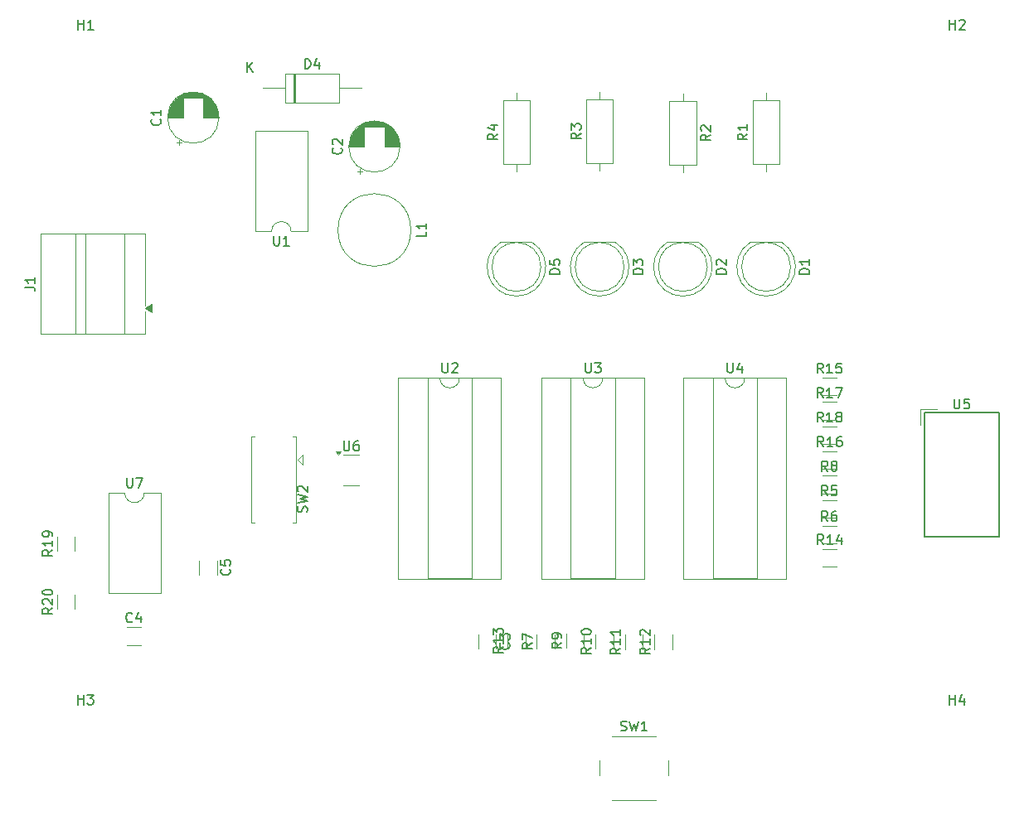
<source format=gbr>
%TF.GenerationSoftware,KiCad,Pcbnew,9.0.3*%
%TF.CreationDate,2025-12-16T09:58:44+01:00*%
%TF.ProjectId,PTP_Dario_Ladovic_project1,5054505f-4461-4726-996f-5f4c61646f76,rev?*%
%TF.SameCoordinates,Original*%
%TF.FileFunction,Legend,Top*%
%TF.FilePolarity,Positive*%
%FSLAX46Y46*%
G04 Gerber Fmt 4.6, Leading zero omitted, Abs format (unit mm)*
G04 Created by KiCad (PCBNEW 9.0.3) date 2025-12-16 09:58:44*
%MOMM*%
%LPD*%
G01*
G04 APERTURE LIST*
%ADD10C,0.150000*%
%ADD11C,0.120000*%
G04 APERTURE END LIST*
D10*
X125733095Y-67594819D02*
X125733095Y-68404342D01*
X125733095Y-68404342D02*
X125780714Y-68499580D01*
X125780714Y-68499580D02*
X125828333Y-68547200D01*
X125828333Y-68547200D02*
X125923571Y-68594819D01*
X125923571Y-68594819D02*
X126114047Y-68594819D01*
X126114047Y-68594819D02*
X126209285Y-68547200D01*
X126209285Y-68547200D02*
X126256904Y-68499580D01*
X126256904Y-68499580D02*
X126304523Y-68404342D01*
X126304523Y-68404342D02*
X126304523Y-67594819D01*
X127304523Y-68594819D02*
X126733095Y-68594819D01*
X127018809Y-68594819D02*
X127018809Y-67594819D01*
X127018809Y-67594819D02*
X126923571Y-67737676D01*
X126923571Y-67737676D02*
X126828333Y-67832914D01*
X126828333Y-67832914D02*
X126733095Y-67880533D01*
X103124819Y-99692857D02*
X102648628Y-100026190D01*
X103124819Y-100264285D02*
X102124819Y-100264285D01*
X102124819Y-100264285D02*
X102124819Y-99883333D01*
X102124819Y-99883333D02*
X102172438Y-99788095D01*
X102172438Y-99788095D02*
X102220057Y-99740476D01*
X102220057Y-99740476D02*
X102315295Y-99692857D01*
X102315295Y-99692857D02*
X102458152Y-99692857D01*
X102458152Y-99692857D02*
X102553390Y-99740476D01*
X102553390Y-99740476D02*
X102601009Y-99788095D01*
X102601009Y-99788095D02*
X102648628Y-99883333D01*
X102648628Y-99883333D02*
X102648628Y-100264285D01*
X103124819Y-98740476D02*
X103124819Y-99311904D01*
X103124819Y-99026190D02*
X102124819Y-99026190D01*
X102124819Y-99026190D02*
X102267676Y-99121428D01*
X102267676Y-99121428D02*
X102362914Y-99216666D01*
X102362914Y-99216666D02*
X102410533Y-99311904D01*
X103124819Y-98264285D02*
X103124819Y-98073809D01*
X103124819Y-98073809D02*
X103077200Y-97978571D01*
X103077200Y-97978571D02*
X103029580Y-97930952D01*
X103029580Y-97930952D02*
X102886723Y-97835714D01*
X102886723Y-97835714D02*
X102696247Y-97788095D01*
X102696247Y-97788095D02*
X102315295Y-97788095D01*
X102315295Y-97788095D02*
X102220057Y-97835714D01*
X102220057Y-97835714D02*
X102172438Y-97883333D01*
X102172438Y-97883333D02*
X102124819Y-97978571D01*
X102124819Y-97978571D02*
X102124819Y-98169047D01*
X102124819Y-98169047D02*
X102172438Y-98264285D01*
X102172438Y-98264285D02*
X102220057Y-98311904D01*
X102220057Y-98311904D02*
X102315295Y-98359523D01*
X102315295Y-98359523D02*
X102553390Y-98359523D01*
X102553390Y-98359523D02*
X102648628Y-98311904D01*
X102648628Y-98311904D02*
X102696247Y-98264285D01*
X102696247Y-98264285D02*
X102743866Y-98169047D01*
X102743866Y-98169047D02*
X102743866Y-97978571D01*
X102743866Y-97978571D02*
X102696247Y-97883333D01*
X102696247Y-97883333D02*
X102648628Y-97835714D01*
X102648628Y-97835714D02*
X102553390Y-97788095D01*
X161124819Y-109742857D02*
X160648628Y-110076190D01*
X161124819Y-110314285D02*
X160124819Y-110314285D01*
X160124819Y-110314285D02*
X160124819Y-109933333D01*
X160124819Y-109933333D02*
X160172438Y-109838095D01*
X160172438Y-109838095D02*
X160220057Y-109790476D01*
X160220057Y-109790476D02*
X160315295Y-109742857D01*
X160315295Y-109742857D02*
X160458152Y-109742857D01*
X160458152Y-109742857D02*
X160553390Y-109790476D01*
X160553390Y-109790476D02*
X160601009Y-109838095D01*
X160601009Y-109838095D02*
X160648628Y-109933333D01*
X160648628Y-109933333D02*
X160648628Y-110314285D01*
X161124819Y-108790476D02*
X161124819Y-109361904D01*
X161124819Y-109076190D02*
X160124819Y-109076190D01*
X160124819Y-109076190D02*
X160267676Y-109171428D01*
X160267676Y-109171428D02*
X160362914Y-109266666D01*
X160362914Y-109266666D02*
X160410533Y-109361904D01*
X161124819Y-107838095D02*
X161124819Y-108409523D01*
X161124819Y-108123809D02*
X160124819Y-108123809D01*
X160124819Y-108123809D02*
X160267676Y-108219047D01*
X160267676Y-108219047D02*
X160362914Y-108314285D01*
X160362914Y-108314285D02*
X160410533Y-108409523D01*
X194738095Y-115504819D02*
X194738095Y-114504819D01*
X194738095Y-114981009D02*
X195309523Y-114981009D01*
X195309523Y-115504819D02*
X195309523Y-114504819D01*
X196214285Y-114838152D02*
X196214285Y-115504819D01*
X195976190Y-114457200D02*
X195738095Y-115171485D01*
X195738095Y-115171485D02*
X196357142Y-115171485D01*
X110743095Y-92314819D02*
X110743095Y-93124342D01*
X110743095Y-93124342D02*
X110790714Y-93219580D01*
X110790714Y-93219580D02*
X110838333Y-93267200D01*
X110838333Y-93267200D02*
X110933571Y-93314819D01*
X110933571Y-93314819D02*
X111124047Y-93314819D01*
X111124047Y-93314819D02*
X111219285Y-93267200D01*
X111219285Y-93267200D02*
X111266904Y-93219580D01*
X111266904Y-93219580D02*
X111314523Y-93124342D01*
X111314523Y-93124342D02*
X111314523Y-92314819D01*
X111695476Y-92314819D02*
X112362142Y-92314819D01*
X112362142Y-92314819D02*
X111933571Y-93314819D01*
X141304819Y-67166666D02*
X141304819Y-67642856D01*
X141304819Y-67642856D02*
X140304819Y-67642856D01*
X141304819Y-66309523D02*
X141304819Y-66880951D01*
X141304819Y-66595237D02*
X140304819Y-66595237D01*
X140304819Y-66595237D02*
X140447676Y-66690475D01*
X140447676Y-66690475D02*
X140542914Y-66785713D01*
X140542914Y-66785713D02*
X140590533Y-66880951D01*
X103124819Y-105642857D02*
X102648628Y-105976190D01*
X103124819Y-106214285D02*
X102124819Y-106214285D01*
X102124819Y-106214285D02*
X102124819Y-105833333D01*
X102124819Y-105833333D02*
X102172438Y-105738095D01*
X102172438Y-105738095D02*
X102220057Y-105690476D01*
X102220057Y-105690476D02*
X102315295Y-105642857D01*
X102315295Y-105642857D02*
X102458152Y-105642857D01*
X102458152Y-105642857D02*
X102553390Y-105690476D01*
X102553390Y-105690476D02*
X102601009Y-105738095D01*
X102601009Y-105738095D02*
X102648628Y-105833333D01*
X102648628Y-105833333D02*
X102648628Y-106214285D01*
X102220057Y-105261904D02*
X102172438Y-105214285D01*
X102172438Y-105214285D02*
X102124819Y-105119047D01*
X102124819Y-105119047D02*
X102124819Y-104880952D01*
X102124819Y-104880952D02*
X102172438Y-104785714D01*
X102172438Y-104785714D02*
X102220057Y-104738095D01*
X102220057Y-104738095D02*
X102315295Y-104690476D01*
X102315295Y-104690476D02*
X102410533Y-104690476D01*
X102410533Y-104690476D02*
X102553390Y-104738095D01*
X102553390Y-104738095D02*
X103124819Y-105309523D01*
X103124819Y-105309523D02*
X103124819Y-104690476D01*
X102124819Y-104071428D02*
X102124819Y-103976190D01*
X102124819Y-103976190D02*
X102172438Y-103880952D01*
X102172438Y-103880952D02*
X102220057Y-103833333D01*
X102220057Y-103833333D02*
X102315295Y-103785714D01*
X102315295Y-103785714D02*
X102505771Y-103738095D01*
X102505771Y-103738095D02*
X102743866Y-103738095D01*
X102743866Y-103738095D02*
X102934342Y-103785714D01*
X102934342Y-103785714D02*
X103029580Y-103833333D01*
X103029580Y-103833333D02*
X103077200Y-103880952D01*
X103077200Y-103880952D02*
X103124819Y-103976190D01*
X103124819Y-103976190D02*
X103124819Y-104071428D01*
X103124819Y-104071428D02*
X103077200Y-104166666D01*
X103077200Y-104166666D02*
X103029580Y-104214285D01*
X103029580Y-104214285D02*
X102934342Y-104261904D01*
X102934342Y-104261904D02*
X102743866Y-104309523D01*
X102743866Y-104309523D02*
X102505771Y-104309523D01*
X102505771Y-104309523D02*
X102315295Y-104261904D01*
X102315295Y-104261904D02*
X102220057Y-104214285D01*
X102220057Y-104214285D02*
X102172438Y-104166666D01*
X102172438Y-104166666D02*
X102124819Y-104071428D01*
X132609580Y-58621779D02*
X132657200Y-58669398D01*
X132657200Y-58669398D02*
X132704819Y-58812255D01*
X132704819Y-58812255D02*
X132704819Y-58907493D01*
X132704819Y-58907493D02*
X132657200Y-59050350D01*
X132657200Y-59050350D02*
X132561961Y-59145588D01*
X132561961Y-59145588D02*
X132466723Y-59193207D01*
X132466723Y-59193207D02*
X132276247Y-59240826D01*
X132276247Y-59240826D02*
X132133390Y-59240826D01*
X132133390Y-59240826D02*
X131942914Y-59193207D01*
X131942914Y-59193207D02*
X131847676Y-59145588D01*
X131847676Y-59145588D02*
X131752438Y-59050350D01*
X131752438Y-59050350D02*
X131704819Y-58907493D01*
X131704819Y-58907493D02*
X131704819Y-58812255D01*
X131704819Y-58812255D02*
X131752438Y-58669398D01*
X131752438Y-58669398D02*
X131800057Y-58621779D01*
X131800057Y-58240826D02*
X131752438Y-58193207D01*
X131752438Y-58193207D02*
X131704819Y-58097969D01*
X131704819Y-58097969D02*
X131704819Y-57859874D01*
X131704819Y-57859874D02*
X131752438Y-57764636D01*
X131752438Y-57764636D02*
X131800057Y-57717017D01*
X131800057Y-57717017D02*
X131895295Y-57669398D01*
X131895295Y-57669398D02*
X131990533Y-57669398D01*
X131990533Y-57669398D02*
X132133390Y-57717017D01*
X132133390Y-57717017D02*
X132704819Y-58288445D01*
X132704819Y-58288445D02*
X132704819Y-57669398D01*
X172048095Y-80584819D02*
X172048095Y-81394342D01*
X172048095Y-81394342D02*
X172095714Y-81489580D01*
X172095714Y-81489580D02*
X172143333Y-81537200D01*
X172143333Y-81537200D02*
X172238571Y-81584819D01*
X172238571Y-81584819D02*
X172429047Y-81584819D01*
X172429047Y-81584819D02*
X172524285Y-81537200D01*
X172524285Y-81537200D02*
X172571904Y-81489580D01*
X172571904Y-81489580D02*
X172619523Y-81394342D01*
X172619523Y-81394342D02*
X172619523Y-80584819D01*
X173524285Y-80918152D02*
X173524285Y-81584819D01*
X173286190Y-80537200D02*
X173048095Y-81251485D01*
X173048095Y-81251485D02*
X173667142Y-81251485D01*
X163414819Y-71508094D02*
X162414819Y-71508094D01*
X162414819Y-71508094D02*
X162414819Y-71269999D01*
X162414819Y-71269999D02*
X162462438Y-71127142D01*
X162462438Y-71127142D02*
X162557676Y-71031904D01*
X162557676Y-71031904D02*
X162652914Y-70984285D01*
X162652914Y-70984285D02*
X162843390Y-70936666D01*
X162843390Y-70936666D02*
X162986247Y-70936666D01*
X162986247Y-70936666D02*
X163176723Y-70984285D01*
X163176723Y-70984285D02*
X163271961Y-71031904D01*
X163271961Y-71031904D02*
X163367200Y-71127142D01*
X163367200Y-71127142D02*
X163414819Y-71269999D01*
X163414819Y-71269999D02*
X163414819Y-71508094D01*
X162414819Y-70603332D02*
X162414819Y-69984285D01*
X162414819Y-69984285D02*
X162795771Y-70317618D01*
X162795771Y-70317618D02*
X162795771Y-70174761D01*
X162795771Y-70174761D02*
X162843390Y-70079523D01*
X162843390Y-70079523D02*
X162891009Y-70031904D01*
X162891009Y-70031904D02*
X162986247Y-69984285D01*
X162986247Y-69984285D02*
X163224342Y-69984285D01*
X163224342Y-69984285D02*
X163319580Y-70031904D01*
X163319580Y-70031904D02*
X163367200Y-70079523D01*
X163367200Y-70079523D02*
X163414819Y-70174761D01*
X163414819Y-70174761D02*
X163414819Y-70460475D01*
X163414819Y-70460475D02*
X163367200Y-70555713D01*
X163367200Y-70555713D02*
X163319580Y-70603332D01*
X142928095Y-80584819D02*
X142928095Y-81394342D01*
X142928095Y-81394342D02*
X142975714Y-81489580D01*
X142975714Y-81489580D02*
X143023333Y-81537200D01*
X143023333Y-81537200D02*
X143118571Y-81584819D01*
X143118571Y-81584819D02*
X143309047Y-81584819D01*
X143309047Y-81584819D02*
X143404285Y-81537200D01*
X143404285Y-81537200D02*
X143451904Y-81489580D01*
X143451904Y-81489580D02*
X143499523Y-81394342D01*
X143499523Y-81394342D02*
X143499523Y-80584819D01*
X143928095Y-80680057D02*
X143975714Y-80632438D01*
X143975714Y-80632438D02*
X144070952Y-80584819D01*
X144070952Y-80584819D02*
X144309047Y-80584819D01*
X144309047Y-80584819D02*
X144404285Y-80632438D01*
X144404285Y-80632438D02*
X144451904Y-80680057D01*
X144451904Y-80680057D02*
X144499523Y-80775295D01*
X144499523Y-80775295D02*
X144499523Y-80870533D01*
X144499523Y-80870533D02*
X144451904Y-81013390D01*
X144451904Y-81013390D02*
X143880476Y-81584819D01*
X143880476Y-81584819D02*
X144499523Y-81584819D01*
X180414819Y-71508094D02*
X179414819Y-71508094D01*
X179414819Y-71508094D02*
X179414819Y-71269999D01*
X179414819Y-71269999D02*
X179462438Y-71127142D01*
X179462438Y-71127142D02*
X179557676Y-71031904D01*
X179557676Y-71031904D02*
X179652914Y-70984285D01*
X179652914Y-70984285D02*
X179843390Y-70936666D01*
X179843390Y-70936666D02*
X179986247Y-70936666D01*
X179986247Y-70936666D02*
X180176723Y-70984285D01*
X180176723Y-70984285D02*
X180271961Y-71031904D01*
X180271961Y-71031904D02*
X180367200Y-71127142D01*
X180367200Y-71127142D02*
X180414819Y-71269999D01*
X180414819Y-71269999D02*
X180414819Y-71508094D01*
X180414819Y-69984285D02*
X180414819Y-70555713D01*
X180414819Y-70269999D02*
X179414819Y-70269999D01*
X179414819Y-70269999D02*
X179557676Y-70365237D01*
X179557676Y-70365237D02*
X179652914Y-70460475D01*
X179652914Y-70460475D02*
X179700533Y-70555713D01*
X181807142Y-81624819D02*
X181473809Y-81148628D01*
X181235714Y-81624819D02*
X181235714Y-80624819D01*
X181235714Y-80624819D02*
X181616666Y-80624819D01*
X181616666Y-80624819D02*
X181711904Y-80672438D01*
X181711904Y-80672438D02*
X181759523Y-80720057D01*
X181759523Y-80720057D02*
X181807142Y-80815295D01*
X181807142Y-80815295D02*
X181807142Y-80958152D01*
X181807142Y-80958152D02*
X181759523Y-81053390D01*
X181759523Y-81053390D02*
X181711904Y-81101009D01*
X181711904Y-81101009D02*
X181616666Y-81148628D01*
X181616666Y-81148628D02*
X181235714Y-81148628D01*
X182759523Y-81624819D02*
X182188095Y-81624819D01*
X182473809Y-81624819D02*
X182473809Y-80624819D01*
X182473809Y-80624819D02*
X182378571Y-80767676D01*
X182378571Y-80767676D02*
X182283333Y-80862914D01*
X182283333Y-80862914D02*
X182188095Y-80910533D01*
X183664285Y-80624819D02*
X183188095Y-80624819D01*
X183188095Y-80624819D02*
X183140476Y-81101009D01*
X183140476Y-81101009D02*
X183188095Y-81053390D01*
X183188095Y-81053390D02*
X183283333Y-81005771D01*
X183283333Y-81005771D02*
X183521428Y-81005771D01*
X183521428Y-81005771D02*
X183616666Y-81053390D01*
X183616666Y-81053390D02*
X183664285Y-81101009D01*
X183664285Y-81101009D02*
X183711904Y-81196247D01*
X183711904Y-81196247D02*
X183711904Y-81434342D01*
X183711904Y-81434342D02*
X183664285Y-81529580D01*
X183664285Y-81529580D02*
X183616666Y-81577200D01*
X183616666Y-81577200D02*
X183521428Y-81624819D01*
X183521428Y-81624819D02*
X183283333Y-81624819D01*
X183283333Y-81624819D02*
X183188095Y-81577200D01*
X183188095Y-81577200D02*
X183140476Y-81529580D01*
X114109580Y-55666666D02*
X114157200Y-55714285D01*
X114157200Y-55714285D02*
X114204819Y-55857142D01*
X114204819Y-55857142D02*
X114204819Y-55952380D01*
X114204819Y-55952380D02*
X114157200Y-56095237D01*
X114157200Y-56095237D02*
X114061961Y-56190475D01*
X114061961Y-56190475D02*
X113966723Y-56238094D01*
X113966723Y-56238094D02*
X113776247Y-56285713D01*
X113776247Y-56285713D02*
X113633390Y-56285713D01*
X113633390Y-56285713D02*
X113442914Y-56238094D01*
X113442914Y-56238094D02*
X113347676Y-56190475D01*
X113347676Y-56190475D02*
X113252438Y-56095237D01*
X113252438Y-56095237D02*
X113204819Y-55952380D01*
X113204819Y-55952380D02*
X113204819Y-55857142D01*
X113204819Y-55857142D02*
X113252438Y-55714285D01*
X113252438Y-55714285D02*
X113300057Y-55666666D01*
X114204819Y-54714285D02*
X114204819Y-55285713D01*
X114204819Y-54999999D02*
X113204819Y-54999999D01*
X113204819Y-54999999D02*
X113347676Y-55095237D01*
X113347676Y-55095237D02*
X113442914Y-55190475D01*
X113442914Y-55190475D02*
X113490533Y-55285713D01*
X170324819Y-57246666D02*
X169848628Y-57579999D01*
X170324819Y-57818094D02*
X169324819Y-57818094D01*
X169324819Y-57818094D02*
X169324819Y-57437142D01*
X169324819Y-57437142D02*
X169372438Y-57341904D01*
X169372438Y-57341904D02*
X169420057Y-57294285D01*
X169420057Y-57294285D02*
X169515295Y-57246666D01*
X169515295Y-57246666D02*
X169658152Y-57246666D01*
X169658152Y-57246666D02*
X169753390Y-57294285D01*
X169753390Y-57294285D02*
X169801009Y-57341904D01*
X169801009Y-57341904D02*
X169848628Y-57437142D01*
X169848628Y-57437142D02*
X169848628Y-57818094D01*
X169420057Y-56865713D02*
X169372438Y-56818094D01*
X169372438Y-56818094D02*
X169324819Y-56722856D01*
X169324819Y-56722856D02*
X169324819Y-56484761D01*
X169324819Y-56484761D02*
X169372438Y-56389523D01*
X169372438Y-56389523D02*
X169420057Y-56341904D01*
X169420057Y-56341904D02*
X169515295Y-56294285D01*
X169515295Y-56294285D02*
X169610533Y-56294285D01*
X169610533Y-56294285D02*
X169753390Y-56341904D01*
X169753390Y-56341904D02*
X170324819Y-56913332D01*
X170324819Y-56913332D02*
X170324819Y-56294285D01*
X182283333Y-94124819D02*
X181950000Y-93648628D01*
X181711905Y-94124819D02*
X181711905Y-93124819D01*
X181711905Y-93124819D02*
X182092857Y-93124819D01*
X182092857Y-93124819D02*
X182188095Y-93172438D01*
X182188095Y-93172438D02*
X182235714Y-93220057D01*
X182235714Y-93220057D02*
X182283333Y-93315295D01*
X182283333Y-93315295D02*
X182283333Y-93458152D01*
X182283333Y-93458152D02*
X182235714Y-93553390D01*
X182235714Y-93553390D02*
X182188095Y-93601009D01*
X182188095Y-93601009D02*
X182092857Y-93648628D01*
X182092857Y-93648628D02*
X181711905Y-93648628D01*
X183188095Y-93124819D02*
X182711905Y-93124819D01*
X182711905Y-93124819D02*
X182664286Y-93601009D01*
X182664286Y-93601009D02*
X182711905Y-93553390D01*
X182711905Y-93553390D02*
X182807143Y-93505771D01*
X182807143Y-93505771D02*
X183045238Y-93505771D01*
X183045238Y-93505771D02*
X183140476Y-93553390D01*
X183140476Y-93553390D02*
X183188095Y-93601009D01*
X183188095Y-93601009D02*
X183235714Y-93696247D01*
X183235714Y-93696247D02*
X183235714Y-93934342D01*
X183235714Y-93934342D02*
X183188095Y-94029580D01*
X183188095Y-94029580D02*
X183140476Y-94077200D01*
X183140476Y-94077200D02*
X183045238Y-94124819D01*
X183045238Y-94124819D02*
X182807143Y-94124819D01*
X182807143Y-94124819D02*
X182711905Y-94077200D01*
X182711905Y-94077200D02*
X182664286Y-94029580D01*
X171914819Y-71508094D02*
X170914819Y-71508094D01*
X170914819Y-71508094D02*
X170914819Y-71269999D01*
X170914819Y-71269999D02*
X170962438Y-71127142D01*
X170962438Y-71127142D02*
X171057676Y-71031904D01*
X171057676Y-71031904D02*
X171152914Y-70984285D01*
X171152914Y-70984285D02*
X171343390Y-70936666D01*
X171343390Y-70936666D02*
X171486247Y-70936666D01*
X171486247Y-70936666D02*
X171676723Y-70984285D01*
X171676723Y-70984285D02*
X171771961Y-71031904D01*
X171771961Y-71031904D02*
X171867200Y-71127142D01*
X171867200Y-71127142D02*
X171914819Y-71269999D01*
X171914819Y-71269999D02*
X171914819Y-71508094D01*
X171010057Y-70555713D02*
X170962438Y-70508094D01*
X170962438Y-70508094D02*
X170914819Y-70412856D01*
X170914819Y-70412856D02*
X170914819Y-70174761D01*
X170914819Y-70174761D02*
X170962438Y-70079523D01*
X170962438Y-70079523D02*
X171010057Y-70031904D01*
X171010057Y-70031904D02*
X171105295Y-69984285D01*
X171105295Y-69984285D02*
X171200533Y-69984285D01*
X171200533Y-69984285D02*
X171343390Y-70031904D01*
X171343390Y-70031904D02*
X171914819Y-70603332D01*
X171914819Y-70603332D02*
X171914819Y-69984285D01*
X157548095Y-80584819D02*
X157548095Y-81394342D01*
X157548095Y-81394342D02*
X157595714Y-81489580D01*
X157595714Y-81489580D02*
X157643333Y-81537200D01*
X157643333Y-81537200D02*
X157738571Y-81584819D01*
X157738571Y-81584819D02*
X157929047Y-81584819D01*
X157929047Y-81584819D02*
X158024285Y-81537200D01*
X158024285Y-81537200D02*
X158071904Y-81489580D01*
X158071904Y-81489580D02*
X158119523Y-81394342D01*
X158119523Y-81394342D02*
X158119523Y-80584819D01*
X158500476Y-80584819D02*
X159119523Y-80584819D01*
X159119523Y-80584819D02*
X158786190Y-80965771D01*
X158786190Y-80965771D02*
X158929047Y-80965771D01*
X158929047Y-80965771D02*
X159024285Y-81013390D01*
X159024285Y-81013390D02*
X159071904Y-81061009D01*
X159071904Y-81061009D02*
X159119523Y-81156247D01*
X159119523Y-81156247D02*
X159119523Y-81394342D01*
X159119523Y-81394342D02*
X159071904Y-81489580D01*
X159071904Y-81489580D02*
X159024285Y-81537200D01*
X159024285Y-81537200D02*
X158929047Y-81584819D01*
X158929047Y-81584819D02*
X158643333Y-81584819D01*
X158643333Y-81584819D02*
X158548095Y-81537200D01*
X158548095Y-81537200D02*
X158500476Y-81489580D01*
X121209580Y-101666666D02*
X121257200Y-101714285D01*
X121257200Y-101714285D02*
X121304819Y-101857142D01*
X121304819Y-101857142D02*
X121304819Y-101952380D01*
X121304819Y-101952380D02*
X121257200Y-102095237D01*
X121257200Y-102095237D02*
X121161961Y-102190475D01*
X121161961Y-102190475D02*
X121066723Y-102238094D01*
X121066723Y-102238094D02*
X120876247Y-102285713D01*
X120876247Y-102285713D02*
X120733390Y-102285713D01*
X120733390Y-102285713D02*
X120542914Y-102238094D01*
X120542914Y-102238094D02*
X120447676Y-102190475D01*
X120447676Y-102190475D02*
X120352438Y-102095237D01*
X120352438Y-102095237D02*
X120304819Y-101952380D01*
X120304819Y-101952380D02*
X120304819Y-101857142D01*
X120304819Y-101857142D02*
X120352438Y-101714285D01*
X120352438Y-101714285D02*
X120400057Y-101666666D01*
X120304819Y-100761904D02*
X120304819Y-101238094D01*
X120304819Y-101238094D02*
X120781009Y-101285713D01*
X120781009Y-101285713D02*
X120733390Y-101238094D01*
X120733390Y-101238094D02*
X120685771Y-101142856D01*
X120685771Y-101142856D02*
X120685771Y-100904761D01*
X120685771Y-100904761D02*
X120733390Y-100809523D01*
X120733390Y-100809523D02*
X120781009Y-100761904D01*
X120781009Y-100761904D02*
X120876247Y-100714285D01*
X120876247Y-100714285D02*
X121114342Y-100714285D01*
X121114342Y-100714285D02*
X121209580Y-100761904D01*
X121209580Y-100761904D02*
X121257200Y-100809523D01*
X121257200Y-100809523D02*
X121304819Y-100904761D01*
X121304819Y-100904761D02*
X121304819Y-101142856D01*
X121304819Y-101142856D02*
X121257200Y-101238094D01*
X121257200Y-101238094D02*
X121209580Y-101285713D01*
X161166667Y-118157200D02*
X161309524Y-118204819D01*
X161309524Y-118204819D02*
X161547619Y-118204819D01*
X161547619Y-118204819D02*
X161642857Y-118157200D01*
X161642857Y-118157200D02*
X161690476Y-118109580D01*
X161690476Y-118109580D02*
X161738095Y-118014342D01*
X161738095Y-118014342D02*
X161738095Y-117919104D01*
X161738095Y-117919104D02*
X161690476Y-117823866D01*
X161690476Y-117823866D02*
X161642857Y-117776247D01*
X161642857Y-117776247D02*
X161547619Y-117728628D01*
X161547619Y-117728628D02*
X161357143Y-117681009D01*
X161357143Y-117681009D02*
X161261905Y-117633390D01*
X161261905Y-117633390D02*
X161214286Y-117585771D01*
X161214286Y-117585771D02*
X161166667Y-117490533D01*
X161166667Y-117490533D02*
X161166667Y-117395295D01*
X161166667Y-117395295D02*
X161214286Y-117300057D01*
X161214286Y-117300057D02*
X161261905Y-117252438D01*
X161261905Y-117252438D02*
X161357143Y-117204819D01*
X161357143Y-117204819D02*
X161595238Y-117204819D01*
X161595238Y-117204819D02*
X161738095Y-117252438D01*
X162071429Y-117204819D02*
X162309524Y-118204819D01*
X162309524Y-118204819D02*
X162500000Y-117490533D01*
X162500000Y-117490533D02*
X162690476Y-118204819D01*
X162690476Y-118204819D02*
X162928572Y-117204819D01*
X163833333Y-118204819D02*
X163261905Y-118204819D01*
X163547619Y-118204819D02*
X163547619Y-117204819D01*
X163547619Y-117204819D02*
X163452381Y-117347676D01*
X163452381Y-117347676D02*
X163357143Y-117442914D01*
X163357143Y-117442914D02*
X163261905Y-117490533D01*
X157084819Y-57086666D02*
X156608628Y-57419999D01*
X157084819Y-57658094D02*
X156084819Y-57658094D01*
X156084819Y-57658094D02*
X156084819Y-57277142D01*
X156084819Y-57277142D02*
X156132438Y-57181904D01*
X156132438Y-57181904D02*
X156180057Y-57134285D01*
X156180057Y-57134285D02*
X156275295Y-57086666D01*
X156275295Y-57086666D02*
X156418152Y-57086666D01*
X156418152Y-57086666D02*
X156513390Y-57134285D01*
X156513390Y-57134285D02*
X156561009Y-57181904D01*
X156561009Y-57181904D02*
X156608628Y-57277142D01*
X156608628Y-57277142D02*
X156608628Y-57658094D01*
X156084819Y-56753332D02*
X156084819Y-56134285D01*
X156084819Y-56134285D02*
X156465771Y-56467618D01*
X156465771Y-56467618D02*
X156465771Y-56324761D01*
X156465771Y-56324761D02*
X156513390Y-56229523D01*
X156513390Y-56229523D02*
X156561009Y-56181904D01*
X156561009Y-56181904D02*
X156656247Y-56134285D01*
X156656247Y-56134285D02*
X156894342Y-56134285D01*
X156894342Y-56134285D02*
X156989580Y-56181904D01*
X156989580Y-56181904D02*
X157037200Y-56229523D01*
X157037200Y-56229523D02*
X157084819Y-56324761D01*
X157084819Y-56324761D02*
X157084819Y-56610475D01*
X157084819Y-56610475D02*
X157037200Y-56705713D01*
X157037200Y-56705713D02*
X156989580Y-56753332D01*
X111270833Y-107009580D02*
X111223214Y-107057200D01*
X111223214Y-107057200D02*
X111080357Y-107104819D01*
X111080357Y-107104819D02*
X110985119Y-107104819D01*
X110985119Y-107104819D02*
X110842262Y-107057200D01*
X110842262Y-107057200D02*
X110747024Y-106961961D01*
X110747024Y-106961961D02*
X110699405Y-106866723D01*
X110699405Y-106866723D02*
X110651786Y-106676247D01*
X110651786Y-106676247D02*
X110651786Y-106533390D01*
X110651786Y-106533390D02*
X110699405Y-106342914D01*
X110699405Y-106342914D02*
X110747024Y-106247676D01*
X110747024Y-106247676D02*
X110842262Y-106152438D01*
X110842262Y-106152438D02*
X110985119Y-106104819D01*
X110985119Y-106104819D02*
X111080357Y-106104819D01*
X111080357Y-106104819D02*
X111223214Y-106152438D01*
X111223214Y-106152438D02*
X111270833Y-106200057D01*
X112127976Y-106438152D02*
X112127976Y-107104819D01*
X111889881Y-106057200D02*
X111651786Y-106771485D01*
X111651786Y-106771485D02*
X112270833Y-106771485D01*
X174084819Y-57166666D02*
X173608628Y-57499999D01*
X174084819Y-57738094D02*
X173084819Y-57738094D01*
X173084819Y-57738094D02*
X173084819Y-57357142D01*
X173084819Y-57357142D02*
X173132438Y-57261904D01*
X173132438Y-57261904D02*
X173180057Y-57214285D01*
X173180057Y-57214285D02*
X173275295Y-57166666D01*
X173275295Y-57166666D02*
X173418152Y-57166666D01*
X173418152Y-57166666D02*
X173513390Y-57214285D01*
X173513390Y-57214285D02*
X173561009Y-57261904D01*
X173561009Y-57261904D02*
X173608628Y-57357142D01*
X173608628Y-57357142D02*
X173608628Y-57738094D01*
X174084819Y-56214285D02*
X174084819Y-56785713D01*
X174084819Y-56499999D02*
X173084819Y-56499999D01*
X173084819Y-56499999D02*
X173227676Y-56595237D01*
X173227676Y-56595237D02*
X173322914Y-56690475D01*
X173322914Y-56690475D02*
X173370533Y-56785713D01*
X148584819Y-57166666D02*
X148108628Y-57499999D01*
X148584819Y-57738094D02*
X147584819Y-57738094D01*
X147584819Y-57738094D02*
X147584819Y-57357142D01*
X147584819Y-57357142D02*
X147632438Y-57261904D01*
X147632438Y-57261904D02*
X147680057Y-57214285D01*
X147680057Y-57214285D02*
X147775295Y-57166666D01*
X147775295Y-57166666D02*
X147918152Y-57166666D01*
X147918152Y-57166666D02*
X148013390Y-57214285D01*
X148013390Y-57214285D02*
X148061009Y-57261904D01*
X148061009Y-57261904D02*
X148108628Y-57357142D01*
X148108628Y-57357142D02*
X148108628Y-57738094D01*
X147918152Y-56309523D02*
X148584819Y-56309523D01*
X147537200Y-56547618D02*
X148251485Y-56785713D01*
X148251485Y-56785713D02*
X148251485Y-56166666D01*
X181857142Y-99124819D02*
X181523809Y-98648628D01*
X181285714Y-99124819D02*
X181285714Y-98124819D01*
X181285714Y-98124819D02*
X181666666Y-98124819D01*
X181666666Y-98124819D02*
X181761904Y-98172438D01*
X181761904Y-98172438D02*
X181809523Y-98220057D01*
X181809523Y-98220057D02*
X181857142Y-98315295D01*
X181857142Y-98315295D02*
X181857142Y-98458152D01*
X181857142Y-98458152D02*
X181809523Y-98553390D01*
X181809523Y-98553390D02*
X181761904Y-98601009D01*
X181761904Y-98601009D02*
X181666666Y-98648628D01*
X181666666Y-98648628D02*
X181285714Y-98648628D01*
X182809523Y-99124819D02*
X182238095Y-99124819D01*
X182523809Y-99124819D02*
X182523809Y-98124819D01*
X182523809Y-98124819D02*
X182428571Y-98267676D01*
X182428571Y-98267676D02*
X182333333Y-98362914D01*
X182333333Y-98362914D02*
X182238095Y-98410533D01*
X183666666Y-98458152D02*
X183666666Y-99124819D01*
X183428571Y-98077200D02*
X183190476Y-98791485D01*
X183190476Y-98791485D02*
X183809523Y-98791485D01*
X152124819Y-109216666D02*
X151648628Y-109549999D01*
X152124819Y-109788094D02*
X151124819Y-109788094D01*
X151124819Y-109788094D02*
X151124819Y-109407142D01*
X151124819Y-109407142D02*
X151172438Y-109311904D01*
X151172438Y-109311904D02*
X151220057Y-109264285D01*
X151220057Y-109264285D02*
X151315295Y-109216666D01*
X151315295Y-109216666D02*
X151458152Y-109216666D01*
X151458152Y-109216666D02*
X151553390Y-109264285D01*
X151553390Y-109264285D02*
X151601009Y-109311904D01*
X151601009Y-109311904D02*
X151648628Y-109407142D01*
X151648628Y-109407142D02*
X151648628Y-109788094D01*
X151124819Y-108883332D02*
X151124819Y-108216666D01*
X151124819Y-108216666D02*
X152124819Y-108645237D01*
X149709580Y-109229166D02*
X149757200Y-109276785D01*
X149757200Y-109276785D02*
X149804819Y-109419642D01*
X149804819Y-109419642D02*
X149804819Y-109514880D01*
X149804819Y-109514880D02*
X149757200Y-109657737D01*
X149757200Y-109657737D02*
X149661961Y-109752975D01*
X149661961Y-109752975D02*
X149566723Y-109800594D01*
X149566723Y-109800594D02*
X149376247Y-109848213D01*
X149376247Y-109848213D02*
X149233390Y-109848213D01*
X149233390Y-109848213D02*
X149042914Y-109800594D01*
X149042914Y-109800594D02*
X148947676Y-109752975D01*
X148947676Y-109752975D02*
X148852438Y-109657737D01*
X148852438Y-109657737D02*
X148804819Y-109514880D01*
X148804819Y-109514880D02*
X148804819Y-109419642D01*
X148804819Y-109419642D02*
X148852438Y-109276785D01*
X148852438Y-109276785D02*
X148900057Y-109229166D01*
X148804819Y-108895832D02*
X148804819Y-108276785D01*
X148804819Y-108276785D02*
X149185771Y-108610118D01*
X149185771Y-108610118D02*
X149185771Y-108467261D01*
X149185771Y-108467261D02*
X149233390Y-108372023D01*
X149233390Y-108372023D02*
X149281009Y-108324404D01*
X149281009Y-108324404D02*
X149376247Y-108276785D01*
X149376247Y-108276785D02*
X149614342Y-108276785D01*
X149614342Y-108276785D02*
X149709580Y-108324404D01*
X149709580Y-108324404D02*
X149757200Y-108372023D01*
X149757200Y-108372023D02*
X149804819Y-108467261D01*
X149804819Y-108467261D02*
X149804819Y-108752975D01*
X149804819Y-108752975D02*
X149757200Y-108848213D01*
X149757200Y-108848213D02*
X149709580Y-108895832D01*
X105738095Y-115504819D02*
X105738095Y-114504819D01*
X105738095Y-114981009D02*
X106309523Y-114981009D01*
X106309523Y-115504819D02*
X106309523Y-114504819D01*
X106690476Y-114504819D02*
X107309523Y-114504819D01*
X107309523Y-114504819D02*
X106976190Y-114885771D01*
X106976190Y-114885771D02*
X107119047Y-114885771D01*
X107119047Y-114885771D02*
X107214285Y-114933390D01*
X107214285Y-114933390D02*
X107261904Y-114981009D01*
X107261904Y-114981009D02*
X107309523Y-115076247D01*
X107309523Y-115076247D02*
X107309523Y-115314342D01*
X107309523Y-115314342D02*
X107261904Y-115409580D01*
X107261904Y-115409580D02*
X107214285Y-115457200D01*
X107214285Y-115457200D02*
X107119047Y-115504819D01*
X107119047Y-115504819D02*
X106833333Y-115504819D01*
X106833333Y-115504819D02*
X106738095Y-115457200D01*
X106738095Y-115457200D02*
X106690476Y-115409580D01*
X164124819Y-109742857D02*
X163648628Y-110076190D01*
X164124819Y-110314285D02*
X163124819Y-110314285D01*
X163124819Y-110314285D02*
X163124819Y-109933333D01*
X163124819Y-109933333D02*
X163172438Y-109838095D01*
X163172438Y-109838095D02*
X163220057Y-109790476D01*
X163220057Y-109790476D02*
X163315295Y-109742857D01*
X163315295Y-109742857D02*
X163458152Y-109742857D01*
X163458152Y-109742857D02*
X163553390Y-109790476D01*
X163553390Y-109790476D02*
X163601009Y-109838095D01*
X163601009Y-109838095D02*
X163648628Y-109933333D01*
X163648628Y-109933333D02*
X163648628Y-110314285D01*
X164124819Y-108790476D02*
X164124819Y-109361904D01*
X164124819Y-109076190D02*
X163124819Y-109076190D01*
X163124819Y-109076190D02*
X163267676Y-109171428D01*
X163267676Y-109171428D02*
X163362914Y-109266666D01*
X163362914Y-109266666D02*
X163410533Y-109361904D01*
X163220057Y-108409523D02*
X163172438Y-108361904D01*
X163172438Y-108361904D02*
X163124819Y-108266666D01*
X163124819Y-108266666D02*
X163124819Y-108028571D01*
X163124819Y-108028571D02*
X163172438Y-107933333D01*
X163172438Y-107933333D02*
X163220057Y-107885714D01*
X163220057Y-107885714D02*
X163315295Y-107838095D01*
X163315295Y-107838095D02*
X163410533Y-107838095D01*
X163410533Y-107838095D02*
X163553390Y-107885714D01*
X163553390Y-107885714D02*
X164124819Y-108457142D01*
X164124819Y-108457142D02*
X164124819Y-107838095D01*
X182283333Y-91624819D02*
X181950000Y-91148628D01*
X181711905Y-91624819D02*
X181711905Y-90624819D01*
X181711905Y-90624819D02*
X182092857Y-90624819D01*
X182092857Y-90624819D02*
X182188095Y-90672438D01*
X182188095Y-90672438D02*
X182235714Y-90720057D01*
X182235714Y-90720057D02*
X182283333Y-90815295D01*
X182283333Y-90815295D02*
X182283333Y-90958152D01*
X182283333Y-90958152D02*
X182235714Y-91053390D01*
X182235714Y-91053390D02*
X182188095Y-91101009D01*
X182188095Y-91101009D02*
X182092857Y-91148628D01*
X182092857Y-91148628D02*
X181711905Y-91148628D01*
X182854762Y-91053390D02*
X182759524Y-91005771D01*
X182759524Y-91005771D02*
X182711905Y-90958152D01*
X182711905Y-90958152D02*
X182664286Y-90862914D01*
X182664286Y-90862914D02*
X182664286Y-90815295D01*
X182664286Y-90815295D02*
X182711905Y-90720057D01*
X182711905Y-90720057D02*
X182759524Y-90672438D01*
X182759524Y-90672438D02*
X182854762Y-90624819D01*
X182854762Y-90624819D02*
X183045238Y-90624819D01*
X183045238Y-90624819D02*
X183140476Y-90672438D01*
X183140476Y-90672438D02*
X183188095Y-90720057D01*
X183188095Y-90720057D02*
X183235714Y-90815295D01*
X183235714Y-90815295D02*
X183235714Y-90862914D01*
X183235714Y-90862914D02*
X183188095Y-90958152D01*
X183188095Y-90958152D02*
X183140476Y-91005771D01*
X183140476Y-91005771D02*
X183045238Y-91053390D01*
X183045238Y-91053390D02*
X182854762Y-91053390D01*
X182854762Y-91053390D02*
X182759524Y-91101009D01*
X182759524Y-91101009D02*
X182711905Y-91148628D01*
X182711905Y-91148628D02*
X182664286Y-91243866D01*
X182664286Y-91243866D02*
X182664286Y-91434342D01*
X182664286Y-91434342D02*
X182711905Y-91529580D01*
X182711905Y-91529580D02*
X182759524Y-91577200D01*
X182759524Y-91577200D02*
X182854762Y-91624819D01*
X182854762Y-91624819D02*
X183045238Y-91624819D01*
X183045238Y-91624819D02*
X183140476Y-91577200D01*
X183140476Y-91577200D02*
X183188095Y-91529580D01*
X183188095Y-91529580D02*
X183235714Y-91434342D01*
X183235714Y-91434342D02*
X183235714Y-91243866D01*
X183235714Y-91243866D02*
X183188095Y-91148628D01*
X183188095Y-91148628D02*
X183140476Y-91101009D01*
X183140476Y-91101009D02*
X183045238Y-91053390D01*
X105738095Y-46504819D02*
X105738095Y-45504819D01*
X105738095Y-45981009D02*
X106309523Y-45981009D01*
X106309523Y-46504819D02*
X106309523Y-45504819D01*
X107309523Y-46504819D02*
X106738095Y-46504819D01*
X107023809Y-46504819D02*
X107023809Y-45504819D01*
X107023809Y-45504819D02*
X106928571Y-45647676D01*
X106928571Y-45647676D02*
X106833333Y-45742914D01*
X106833333Y-45742914D02*
X106738095Y-45790533D01*
X194738095Y-46504819D02*
X194738095Y-45504819D01*
X194738095Y-45981009D02*
X195309523Y-45981009D01*
X195309523Y-46504819D02*
X195309523Y-45504819D01*
X195738095Y-45600057D02*
X195785714Y-45552438D01*
X195785714Y-45552438D02*
X195880952Y-45504819D01*
X195880952Y-45504819D02*
X196119047Y-45504819D01*
X196119047Y-45504819D02*
X196214285Y-45552438D01*
X196214285Y-45552438D02*
X196261904Y-45600057D01*
X196261904Y-45600057D02*
X196309523Y-45695295D01*
X196309523Y-45695295D02*
X196309523Y-45790533D01*
X196309523Y-45790533D02*
X196261904Y-45933390D01*
X196261904Y-45933390D02*
X195690476Y-46504819D01*
X195690476Y-46504819D02*
X196309523Y-46504819D01*
X181807142Y-86624819D02*
X181473809Y-86148628D01*
X181235714Y-86624819D02*
X181235714Y-85624819D01*
X181235714Y-85624819D02*
X181616666Y-85624819D01*
X181616666Y-85624819D02*
X181711904Y-85672438D01*
X181711904Y-85672438D02*
X181759523Y-85720057D01*
X181759523Y-85720057D02*
X181807142Y-85815295D01*
X181807142Y-85815295D02*
X181807142Y-85958152D01*
X181807142Y-85958152D02*
X181759523Y-86053390D01*
X181759523Y-86053390D02*
X181711904Y-86101009D01*
X181711904Y-86101009D02*
X181616666Y-86148628D01*
X181616666Y-86148628D02*
X181235714Y-86148628D01*
X182759523Y-86624819D02*
X182188095Y-86624819D01*
X182473809Y-86624819D02*
X182473809Y-85624819D01*
X182473809Y-85624819D02*
X182378571Y-85767676D01*
X182378571Y-85767676D02*
X182283333Y-85862914D01*
X182283333Y-85862914D02*
X182188095Y-85910533D01*
X183330952Y-86053390D02*
X183235714Y-86005771D01*
X183235714Y-86005771D02*
X183188095Y-85958152D01*
X183188095Y-85958152D02*
X183140476Y-85862914D01*
X183140476Y-85862914D02*
X183140476Y-85815295D01*
X183140476Y-85815295D02*
X183188095Y-85720057D01*
X183188095Y-85720057D02*
X183235714Y-85672438D01*
X183235714Y-85672438D02*
X183330952Y-85624819D01*
X183330952Y-85624819D02*
X183521428Y-85624819D01*
X183521428Y-85624819D02*
X183616666Y-85672438D01*
X183616666Y-85672438D02*
X183664285Y-85720057D01*
X183664285Y-85720057D02*
X183711904Y-85815295D01*
X183711904Y-85815295D02*
X183711904Y-85862914D01*
X183711904Y-85862914D02*
X183664285Y-85958152D01*
X183664285Y-85958152D02*
X183616666Y-86005771D01*
X183616666Y-86005771D02*
X183521428Y-86053390D01*
X183521428Y-86053390D02*
X183330952Y-86053390D01*
X183330952Y-86053390D02*
X183235714Y-86101009D01*
X183235714Y-86101009D02*
X183188095Y-86148628D01*
X183188095Y-86148628D02*
X183140476Y-86243866D01*
X183140476Y-86243866D02*
X183140476Y-86434342D01*
X183140476Y-86434342D02*
X183188095Y-86529580D01*
X183188095Y-86529580D02*
X183235714Y-86577200D01*
X183235714Y-86577200D02*
X183330952Y-86624819D01*
X183330952Y-86624819D02*
X183521428Y-86624819D01*
X183521428Y-86624819D02*
X183616666Y-86577200D01*
X183616666Y-86577200D02*
X183664285Y-86529580D01*
X183664285Y-86529580D02*
X183711904Y-86434342D01*
X183711904Y-86434342D02*
X183711904Y-86243866D01*
X183711904Y-86243866D02*
X183664285Y-86148628D01*
X183664285Y-86148628D02*
X183616666Y-86101009D01*
X183616666Y-86101009D02*
X183521428Y-86053390D01*
X158124819Y-109692857D02*
X157648628Y-110026190D01*
X158124819Y-110264285D02*
X157124819Y-110264285D01*
X157124819Y-110264285D02*
X157124819Y-109883333D01*
X157124819Y-109883333D02*
X157172438Y-109788095D01*
X157172438Y-109788095D02*
X157220057Y-109740476D01*
X157220057Y-109740476D02*
X157315295Y-109692857D01*
X157315295Y-109692857D02*
X157458152Y-109692857D01*
X157458152Y-109692857D02*
X157553390Y-109740476D01*
X157553390Y-109740476D02*
X157601009Y-109788095D01*
X157601009Y-109788095D02*
X157648628Y-109883333D01*
X157648628Y-109883333D02*
X157648628Y-110264285D01*
X158124819Y-108740476D02*
X158124819Y-109311904D01*
X158124819Y-109026190D02*
X157124819Y-109026190D01*
X157124819Y-109026190D02*
X157267676Y-109121428D01*
X157267676Y-109121428D02*
X157362914Y-109216666D01*
X157362914Y-109216666D02*
X157410533Y-109311904D01*
X157124819Y-108121428D02*
X157124819Y-108026190D01*
X157124819Y-108026190D02*
X157172438Y-107930952D01*
X157172438Y-107930952D02*
X157220057Y-107883333D01*
X157220057Y-107883333D02*
X157315295Y-107835714D01*
X157315295Y-107835714D02*
X157505771Y-107788095D01*
X157505771Y-107788095D02*
X157743866Y-107788095D01*
X157743866Y-107788095D02*
X157934342Y-107835714D01*
X157934342Y-107835714D02*
X158029580Y-107883333D01*
X158029580Y-107883333D02*
X158077200Y-107930952D01*
X158077200Y-107930952D02*
X158124819Y-108026190D01*
X158124819Y-108026190D02*
X158124819Y-108121428D01*
X158124819Y-108121428D02*
X158077200Y-108216666D01*
X158077200Y-108216666D02*
X158029580Y-108264285D01*
X158029580Y-108264285D02*
X157934342Y-108311904D01*
X157934342Y-108311904D02*
X157743866Y-108359523D01*
X157743866Y-108359523D02*
X157505771Y-108359523D01*
X157505771Y-108359523D02*
X157315295Y-108311904D01*
X157315295Y-108311904D02*
X157220057Y-108264285D01*
X157220057Y-108264285D02*
X157172438Y-108216666D01*
X157172438Y-108216666D02*
X157124819Y-108121428D01*
X154914819Y-71508094D02*
X153914819Y-71508094D01*
X153914819Y-71508094D02*
X153914819Y-71269999D01*
X153914819Y-71269999D02*
X153962438Y-71127142D01*
X153962438Y-71127142D02*
X154057676Y-71031904D01*
X154057676Y-71031904D02*
X154152914Y-70984285D01*
X154152914Y-70984285D02*
X154343390Y-70936666D01*
X154343390Y-70936666D02*
X154486247Y-70936666D01*
X154486247Y-70936666D02*
X154676723Y-70984285D01*
X154676723Y-70984285D02*
X154771961Y-71031904D01*
X154771961Y-71031904D02*
X154867200Y-71127142D01*
X154867200Y-71127142D02*
X154914819Y-71269999D01*
X154914819Y-71269999D02*
X154914819Y-71508094D01*
X153914819Y-70031904D02*
X153914819Y-70508094D01*
X153914819Y-70508094D02*
X154391009Y-70555713D01*
X154391009Y-70555713D02*
X154343390Y-70508094D01*
X154343390Y-70508094D02*
X154295771Y-70412856D01*
X154295771Y-70412856D02*
X154295771Y-70174761D01*
X154295771Y-70174761D02*
X154343390Y-70079523D01*
X154343390Y-70079523D02*
X154391009Y-70031904D01*
X154391009Y-70031904D02*
X154486247Y-69984285D01*
X154486247Y-69984285D02*
X154724342Y-69984285D01*
X154724342Y-69984285D02*
X154819580Y-70031904D01*
X154819580Y-70031904D02*
X154867200Y-70079523D01*
X154867200Y-70079523D02*
X154914819Y-70174761D01*
X154914819Y-70174761D02*
X154914819Y-70412856D01*
X154914819Y-70412856D02*
X154867200Y-70508094D01*
X154867200Y-70508094D02*
X154819580Y-70555713D01*
X155124819Y-109166666D02*
X154648628Y-109499999D01*
X155124819Y-109738094D02*
X154124819Y-109738094D01*
X154124819Y-109738094D02*
X154124819Y-109357142D01*
X154124819Y-109357142D02*
X154172438Y-109261904D01*
X154172438Y-109261904D02*
X154220057Y-109214285D01*
X154220057Y-109214285D02*
X154315295Y-109166666D01*
X154315295Y-109166666D02*
X154458152Y-109166666D01*
X154458152Y-109166666D02*
X154553390Y-109214285D01*
X154553390Y-109214285D02*
X154601009Y-109261904D01*
X154601009Y-109261904D02*
X154648628Y-109357142D01*
X154648628Y-109357142D02*
X154648628Y-109738094D01*
X155124819Y-108690475D02*
X155124819Y-108499999D01*
X155124819Y-108499999D02*
X155077200Y-108404761D01*
X155077200Y-108404761D02*
X155029580Y-108357142D01*
X155029580Y-108357142D02*
X154886723Y-108261904D01*
X154886723Y-108261904D02*
X154696247Y-108214285D01*
X154696247Y-108214285D02*
X154315295Y-108214285D01*
X154315295Y-108214285D02*
X154220057Y-108261904D01*
X154220057Y-108261904D02*
X154172438Y-108309523D01*
X154172438Y-108309523D02*
X154124819Y-108404761D01*
X154124819Y-108404761D02*
X154124819Y-108595237D01*
X154124819Y-108595237D02*
X154172438Y-108690475D01*
X154172438Y-108690475D02*
X154220057Y-108738094D01*
X154220057Y-108738094D02*
X154315295Y-108785713D01*
X154315295Y-108785713D02*
X154553390Y-108785713D01*
X154553390Y-108785713D02*
X154648628Y-108738094D01*
X154648628Y-108738094D02*
X154696247Y-108690475D01*
X154696247Y-108690475D02*
X154743866Y-108595237D01*
X154743866Y-108595237D02*
X154743866Y-108404761D01*
X154743866Y-108404761D02*
X154696247Y-108309523D01*
X154696247Y-108309523D02*
X154648628Y-108261904D01*
X154648628Y-108261904D02*
X154553390Y-108214285D01*
X182283333Y-96754819D02*
X181950000Y-96278628D01*
X181711905Y-96754819D02*
X181711905Y-95754819D01*
X181711905Y-95754819D02*
X182092857Y-95754819D01*
X182092857Y-95754819D02*
X182188095Y-95802438D01*
X182188095Y-95802438D02*
X182235714Y-95850057D01*
X182235714Y-95850057D02*
X182283333Y-95945295D01*
X182283333Y-95945295D02*
X182283333Y-96088152D01*
X182283333Y-96088152D02*
X182235714Y-96183390D01*
X182235714Y-96183390D02*
X182188095Y-96231009D01*
X182188095Y-96231009D02*
X182092857Y-96278628D01*
X182092857Y-96278628D02*
X181711905Y-96278628D01*
X183140476Y-95754819D02*
X182950000Y-95754819D01*
X182950000Y-95754819D02*
X182854762Y-95802438D01*
X182854762Y-95802438D02*
X182807143Y-95850057D01*
X182807143Y-95850057D02*
X182711905Y-95992914D01*
X182711905Y-95992914D02*
X182664286Y-96183390D01*
X182664286Y-96183390D02*
X182664286Y-96564342D01*
X182664286Y-96564342D02*
X182711905Y-96659580D01*
X182711905Y-96659580D02*
X182759524Y-96707200D01*
X182759524Y-96707200D02*
X182854762Y-96754819D01*
X182854762Y-96754819D02*
X183045238Y-96754819D01*
X183045238Y-96754819D02*
X183140476Y-96707200D01*
X183140476Y-96707200D02*
X183188095Y-96659580D01*
X183188095Y-96659580D02*
X183235714Y-96564342D01*
X183235714Y-96564342D02*
X183235714Y-96326247D01*
X183235714Y-96326247D02*
X183188095Y-96231009D01*
X183188095Y-96231009D02*
X183140476Y-96183390D01*
X183140476Y-96183390D02*
X183045238Y-96135771D01*
X183045238Y-96135771D02*
X182854762Y-96135771D01*
X182854762Y-96135771D02*
X182759524Y-96183390D01*
X182759524Y-96183390D02*
X182711905Y-96231009D01*
X182711905Y-96231009D02*
X182664286Y-96326247D01*
X129099700Y-95823332D02*
X129147319Y-95680475D01*
X129147319Y-95680475D02*
X129147319Y-95442380D01*
X129147319Y-95442380D02*
X129099700Y-95347142D01*
X129099700Y-95347142D02*
X129052080Y-95299523D01*
X129052080Y-95299523D02*
X128956842Y-95251904D01*
X128956842Y-95251904D02*
X128861604Y-95251904D01*
X128861604Y-95251904D02*
X128766366Y-95299523D01*
X128766366Y-95299523D02*
X128718747Y-95347142D01*
X128718747Y-95347142D02*
X128671128Y-95442380D01*
X128671128Y-95442380D02*
X128623509Y-95632856D01*
X128623509Y-95632856D02*
X128575890Y-95728094D01*
X128575890Y-95728094D02*
X128528271Y-95775713D01*
X128528271Y-95775713D02*
X128433033Y-95823332D01*
X128433033Y-95823332D02*
X128337795Y-95823332D01*
X128337795Y-95823332D02*
X128242557Y-95775713D01*
X128242557Y-95775713D02*
X128194938Y-95728094D01*
X128194938Y-95728094D02*
X128147319Y-95632856D01*
X128147319Y-95632856D02*
X128147319Y-95394761D01*
X128147319Y-95394761D02*
X128194938Y-95251904D01*
X128147319Y-94918570D02*
X129147319Y-94680475D01*
X129147319Y-94680475D02*
X128433033Y-94489999D01*
X128433033Y-94489999D02*
X129147319Y-94299523D01*
X129147319Y-94299523D02*
X128147319Y-94061428D01*
X128242557Y-93728094D02*
X128194938Y-93680475D01*
X128194938Y-93680475D02*
X128147319Y-93585237D01*
X128147319Y-93585237D02*
X128147319Y-93347142D01*
X128147319Y-93347142D02*
X128194938Y-93251904D01*
X128194938Y-93251904D02*
X128242557Y-93204285D01*
X128242557Y-93204285D02*
X128337795Y-93156666D01*
X128337795Y-93156666D02*
X128433033Y-93156666D01*
X128433033Y-93156666D02*
X128575890Y-93204285D01*
X128575890Y-93204285D02*
X129147319Y-93775713D01*
X129147319Y-93775713D02*
X129147319Y-93156666D01*
X195198095Y-84255819D02*
X195198095Y-85065342D01*
X195198095Y-85065342D02*
X195245714Y-85160580D01*
X195245714Y-85160580D02*
X195293333Y-85208200D01*
X195293333Y-85208200D02*
X195388571Y-85255819D01*
X195388571Y-85255819D02*
X195579047Y-85255819D01*
X195579047Y-85255819D02*
X195674285Y-85208200D01*
X195674285Y-85208200D02*
X195721904Y-85160580D01*
X195721904Y-85160580D02*
X195769523Y-85065342D01*
X195769523Y-85065342D02*
X195769523Y-84255819D01*
X196721904Y-84255819D02*
X196245714Y-84255819D01*
X196245714Y-84255819D02*
X196198095Y-84732009D01*
X196198095Y-84732009D02*
X196245714Y-84684390D01*
X196245714Y-84684390D02*
X196340952Y-84636771D01*
X196340952Y-84636771D02*
X196579047Y-84636771D01*
X196579047Y-84636771D02*
X196674285Y-84684390D01*
X196674285Y-84684390D02*
X196721904Y-84732009D01*
X196721904Y-84732009D02*
X196769523Y-84827247D01*
X196769523Y-84827247D02*
X196769523Y-85065342D01*
X196769523Y-85065342D02*
X196721904Y-85160580D01*
X196721904Y-85160580D02*
X196674285Y-85208200D01*
X196674285Y-85208200D02*
X196579047Y-85255819D01*
X196579047Y-85255819D02*
X196340952Y-85255819D01*
X196340952Y-85255819D02*
X196245714Y-85208200D01*
X196245714Y-85208200D02*
X196198095Y-85160580D01*
X181807142Y-84124819D02*
X181473809Y-83648628D01*
X181235714Y-84124819D02*
X181235714Y-83124819D01*
X181235714Y-83124819D02*
X181616666Y-83124819D01*
X181616666Y-83124819D02*
X181711904Y-83172438D01*
X181711904Y-83172438D02*
X181759523Y-83220057D01*
X181759523Y-83220057D02*
X181807142Y-83315295D01*
X181807142Y-83315295D02*
X181807142Y-83458152D01*
X181807142Y-83458152D02*
X181759523Y-83553390D01*
X181759523Y-83553390D02*
X181711904Y-83601009D01*
X181711904Y-83601009D02*
X181616666Y-83648628D01*
X181616666Y-83648628D02*
X181235714Y-83648628D01*
X182759523Y-84124819D02*
X182188095Y-84124819D01*
X182473809Y-84124819D02*
X182473809Y-83124819D01*
X182473809Y-83124819D02*
X182378571Y-83267676D01*
X182378571Y-83267676D02*
X182283333Y-83362914D01*
X182283333Y-83362914D02*
X182188095Y-83410533D01*
X183092857Y-83124819D02*
X183759523Y-83124819D01*
X183759523Y-83124819D02*
X183330952Y-84124819D01*
X181857142Y-89124819D02*
X181523809Y-88648628D01*
X181285714Y-89124819D02*
X181285714Y-88124819D01*
X181285714Y-88124819D02*
X181666666Y-88124819D01*
X181666666Y-88124819D02*
X181761904Y-88172438D01*
X181761904Y-88172438D02*
X181809523Y-88220057D01*
X181809523Y-88220057D02*
X181857142Y-88315295D01*
X181857142Y-88315295D02*
X181857142Y-88458152D01*
X181857142Y-88458152D02*
X181809523Y-88553390D01*
X181809523Y-88553390D02*
X181761904Y-88601009D01*
X181761904Y-88601009D02*
X181666666Y-88648628D01*
X181666666Y-88648628D02*
X181285714Y-88648628D01*
X182809523Y-89124819D02*
X182238095Y-89124819D01*
X182523809Y-89124819D02*
X182523809Y-88124819D01*
X182523809Y-88124819D02*
X182428571Y-88267676D01*
X182428571Y-88267676D02*
X182333333Y-88362914D01*
X182333333Y-88362914D02*
X182238095Y-88410533D01*
X183666666Y-88124819D02*
X183476190Y-88124819D01*
X183476190Y-88124819D02*
X183380952Y-88172438D01*
X183380952Y-88172438D02*
X183333333Y-88220057D01*
X183333333Y-88220057D02*
X183238095Y-88362914D01*
X183238095Y-88362914D02*
X183190476Y-88553390D01*
X183190476Y-88553390D02*
X183190476Y-88934342D01*
X183190476Y-88934342D02*
X183238095Y-89029580D01*
X183238095Y-89029580D02*
X183285714Y-89077200D01*
X183285714Y-89077200D02*
X183380952Y-89124819D01*
X183380952Y-89124819D02*
X183571428Y-89124819D01*
X183571428Y-89124819D02*
X183666666Y-89077200D01*
X183666666Y-89077200D02*
X183714285Y-89029580D01*
X183714285Y-89029580D02*
X183761904Y-88934342D01*
X183761904Y-88934342D02*
X183761904Y-88696247D01*
X183761904Y-88696247D02*
X183714285Y-88601009D01*
X183714285Y-88601009D02*
X183666666Y-88553390D01*
X183666666Y-88553390D02*
X183571428Y-88505771D01*
X183571428Y-88505771D02*
X183380952Y-88505771D01*
X183380952Y-88505771D02*
X183285714Y-88553390D01*
X183285714Y-88553390D02*
X183238095Y-88601009D01*
X183238095Y-88601009D02*
X183190476Y-88696247D01*
X100334819Y-72833333D02*
X101049104Y-72833333D01*
X101049104Y-72833333D02*
X101191961Y-72880952D01*
X101191961Y-72880952D02*
X101287200Y-72976190D01*
X101287200Y-72976190D02*
X101334819Y-73119047D01*
X101334819Y-73119047D02*
X101334819Y-73214285D01*
X101334819Y-71833333D02*
X101334819Y-72404761D01*
X101334819Y-72119047D02*
X100334819Y-72119047D01*
X100334819Y-72119047D02*
X100477676Y-72214285D01*
X100477676Y-72214285D02*
X100572914Y-72309523D01*
X100572914Y-72309523D02*
X100620533Y-72404761D01*
X149124819Y-109642857D02*
X148648628Y-109976190D01*
X149124819Y-110214285D02*
X148124819Y-110214285D01*
X148124819Y-110214285D02*
X148124819Y-109833333D01*
X148124819Y-109833333D02*
X148172438Y-109738095D01*
X148172438Y-109738095D02*
X148220057Y-109690476D01*
X148220057Y-109690476D02*
X148315295Y-109642857D01*
X148315295Y-109642857D02*
X148458152Y-109642857D01*
X148458152Y-109642857D02*
X148553390Y-109690476D01*
X148553390Y-109690476D02*
X148601009Y-109738095D01*
X148601009Y-109738095D02*
X148648628Y-109833333D01*
X148648628Y-109833333D02*
X148648628Y-110214285D01*
X149124819Y-108690476D02*
X149124819Y-109261904D01*
X149124819Y-108976190D02*
X148124819Y-108976190D01*
X148124819Y-108976190D02*
X148267676Y-109071428D01*
X148267676Y-109071428D02*
X148362914Y-109166666D01*
X148362914Y-109166666D02*
X148410533Y-109261904D01*
X148124819Y-108357142D02*
X148124819Y-107738095D01*
X148124819Y-107738095D02*
X148505771Y-108071428D01*
X148505771Y-108071428D02*
X148505771Y-107928571D01*
X148505771Y-107928571D02*
X148553390Y-107833333D01*
X148553390Y-107833333D02*
X148601009Y-107785714D01*
X148601009Y-107785714D02*
X148696247Y-107738095D01*
X148696247Y-107738095D02*
X148934342Y-107738095D01*
X148934342Y-107738095D02*
X149029580Y-107785714D01*
X149029580Y-107785714D02*
X149077200Y-107833333D01*
X149077200Y-107833333D02*
X149124819Y-107928571D01*
X149124819Y-107928571D02*
X149124819Y-108214285D01*
X149124819Y-108214285D02*
X149077200Y-108309523D01*
X149077200Y-108309523D02*
X149029580Y-108357142D01*
X128911905Y-50484819D02*
X128911905Y-49484819D01*
X128911905Y-49484819D02*
X129150000Y-49484819D01*
X129150000Y-49484819D02*
X129292857Y-49532438D01*
X129292857Y-49532438D02*
X129388095Y-49627676D01*
X129388095Y-49627676D02*
X129435714Y-49722914D01*
X129435714Y-49722914D02*
X129483333Y-49913390D01*
X129483333Y-49913390D02*
X129483333Y-50056247D01*
X129483333Y-50056247D02*
X129435714Y-50246723D01*
X129435714Y-50246723D02*
X129388095Y-50341961D01*
X129388095Y-50341961D02*
X129292857Y-50437200D01*
X129292857Y-50437200D02*
X129150000Y-50484819D01*
X129150000Y-50484819D02*
X128911905Y-50484819D01*
X130340476Y-49818152D02*
X130340476Y-50484819D01*
X130102381Y-49437200D02*
X129864286Y-50151485D01*
X129864286Y-50151485D02*
X130483333Y-50151485D01*
X123038095Y-50854819D02*
X123038095Y-49854819D01*
X123609523Y-50854819D02*
X123180952Y-50283390D01*
X123609523Y-49854819D02*
X123038095Y-50426247D01*
X132875595Y-88554819D02*
X132875595Y-89364342D01*
X132875595Y-89364342D02*
X132923214Y-89459580D01*
X132923214Y-89459580D02*
X132970833Y-89507200D01*
X132970833Y-89507200D02*
X133066071Y-89554819D01*
X133066071Y-89554819D02*
X133256547Y-89554819D01*
X133256547Y-89554819D02*
X133351785Y-89507200D01*
X133351785Y-89507200D02*
X133399404Y-89459580D01*
X133399404Y-89459580D02*
X133447023Y-89364342D01*
X133447023Y-89364342D02*
X133447023Y-88554819D01*
X134351785Y-88554819D02*
X134161309Y-88554819D01*
X134161309Y-88554819D02*
X134066071Y-88602438D01*
X134066071Y-88602438D02*
X134018452Y-88650057D01*
X134018452Y-88650057D02*
X133923214Y-88792914D01*
X133923214Y-88792914D02*
X133875595Y-88983390D01*
X133875595Y-88983390D02*
X133875595Y-89364342D01*
X133875595Y-89364342D02*
X133923214Y-89459580D01*
X133923214Y-89459580D02*
X133970833Y-89507200D01*
X133970833Y-89507200D02*
X134066071Y-89554819D01*
X134066071Y-89554819D02*
X134256547Y-89554819D01*
X134256547Y-89554819D02*
X134351785Y-89507200D01*
X134351785Y-89507200D02*
X134399404Y-89459580D01*
X134399404Y-89459580D02*
X134447023Y-89364342D01*
X134447023Y-89364342D02*
X134447023Y-89126247D01*
X134447023Y-89126247D02*
X134399404Y-89031009D01*
X134399404Y-89031009D02*
X134351785Y-88983390D01*
X134351785Y-88983390D02*
X134256547Y-88935771D01*
X134256547Y-88935771D02*
X134066071Y-88935771D01*
X134066071Y-88935771D02*
X133970833Y-88983390D01*
X133970833Y-88983390D02*
X133923214Y-89031009D01*
X133923214Y-89031009D02*
X133875595Y-89126247D01*
D11*
%TO.C,U1*%
X129145000Y-67140000D02*
X129145000Y-56860000D01*
X129145000Y-56860000D02*
X123845000Y-56860000D01*
X127495000Y-67140000D02*
X129145000Y-67140000D01*
X123845000Y-67140000D02*
X125495000Y-67140000D01*
X123845000Y-56860000D02*
X123845000Y-67140000D01*
X125495000Y-67140000D02*
G75*
G02*
X127495000Y-67140000I1000000J0D01*
G01*
%TO.C,R19*%
X103590000Y-99777064D02*
X103590000Y-98322936D01*
X105410000Y-99777064D02*
X105410000Y-98322936D01*
%TO.C,R11*%
X161590000Y-109827064D02*
X161590000Y-108372936D01*
X163410000Y-109827064D02*
X163410000Y-108372936D01*
%TO.C,U7*%
X108855000Y-93860000D02*
X108855000Y-104140000D01*
X108855000Y-104140000D02*
X114155000Y-104140000D01*
X110505000Y-93860000D02*
X108855000Y-93860000D01*
X114155000Y-93860000D02*
X112505000Y-93860000D01*
X114155000Y-104140000D02*
X114155000Y-93860000D01*
X112505000Y-93860000D02*
G75*
G02*
X110505000Y-93860000I-1000000J0D01*
G01*
%TO.C,L1*%
X139720000Y-67000000D02*
G75*
G02*
X132280000Y-67000000I-3720000J0D01*
G01*
X132280000Y-67000000D02*
G75*
G02*
X139720000Y-67000000I3720000J0D01*
G01*
%TO.C,R20*%
X103590000Y-105727064D02*
X103590000Y-104272936D01*
X105410000Y-105727064D02*
X105410000Y-104272936D01*
%TO.C,C2*%
X133420000Y-58415113D02*
X134960000Y-58415113D01*
X133420000Y-58455113D02*
X134960000Y-58455113D01*
X133421000Y-58375113D02*
X134960000Y-58375113D01*
X133423000Y-58335113D02*
X134960000Y-58335113D01*
X133425000Y-58295113D02*
X134960000Y-58295113D01*
X133428000Y-58255113D02*
X134960000Y-58255113D01*
X133431000Y-58215113D02*
X134960000Y-58215113D01*
X133435000Y-58175113D02*
X134960000Y-58175113D01*
X133440000Y-58135113D02*
X134960000Y-58135113D01*
X133445000Y-58095113D02*
X134960000Y-58095113D01*
X133451000Y-58055113D02*
X134960000Y-58055113D01*
X133457000Y-58015113D02*
X134960000Y-58015113D01*
X133464000Y-57975113D02*
X134960000Y-57975113D01*
X133472000Y-57935113D02*
X134960000Y-57935113D01*
X133481000Y-57895113D02*
X134960000Y-57895113D01*
X133490000Y-57855113D02*
X134960000Y-57855113D01*
X133499000Y-57815113D02*
X134960000Y-57815113D01*
X133510000Y-57775113D02*
X134960000Y-57775113D01*
X133521000Y-57735113D02*
X134960000Y-57735113D01*
X133533000Y-57695113D02*
X134960000Y-57695113D01*
X133545000Y-57655113D02*
X134960000Y-57655113D01*
X133558000Y-57615113D02*
X134960000Y-57615113D01*
X133572000Y-57575113D02*
X134960000Y-57575113D01*
X133587000Y-57535113D02*
X134960000Y-57535113D01*
X133602000Y-57495113D02*
X134960000Y-57495113D01*
X133618000Y-57455113D02*
X134960000Y-57455113D01*
X133635000Y-57415113D02*
X134960000Y-57415113D01*
X133653000Y-57375113D02*
X134960000Y-57375113D01*
X133671000Y-57335113D02*
X134960000Y-57335113D01*
X133691000Y-57295113D02*
X134960000Y-57295113D01*
X133711000Y-57255113D02*
X134960000Y-57255113D01*
X133732000Y-57215113D02*
X134960000Y-57215113D01*
X133754000Y-57175113D02*
X134960000Y-57175113D01*
X133777000Y-57135113D02*
X134960000Y-57135113D01*
X133801000Y-57095113D02*
X134960000Y-57095113D01*
X133825000Y-57055113D02*
X134960000Y-57055113D01*
X133851000Y-57015113D02*
X134960000Y-57015113D01*
X133878000Y-56975113D02*
X134960000Y-56975113D01*
X133906000Y-56935113D02*
X134960000Y-56935113D01*
X133935000Y-56895113D02*
X134960000Y-56895113D01*
X133965000Y-56855113D02*
X134960000Y-56855113D01*
X133997000Y-56815113D02*
X134960000Y-56815113D01*
X134030000Y-56775113D02*
X134960000Y-56775113D01*
X134064000Y-56735113D02*
X134960000Y-56735113D01*
X134099000Y-56695113D02*
X134960000Y-56695113D01*
X134136000Y-56655113D02*
X134960000Y-56655113D01*
X134175000Y-56615113D02*
X134960000Y-56615113D01*
X134215000Y-56575113D02*
X134960000Y-56575113D01*
X134257000Y-56535113D02*
X134960000Y-56535113D01*
X134275000Y-61009888D02*
X134775000Y-61009888D01*
X134301000Y-56495113D02*
X134960000Y-56495113D01*
X134348000Y-56455113D02*
X134960000Y-56455113D01*
X134396000Y-56415113D02*
X137604000Y-56415113D01*
X134447000Y-56375113D02*
X137553000Y-56375113D01*
X134501000Y-56335113D02*
X137499000Y-56335113D01*
X134525000Y-61259888D02*
X134525000Y-60759888D01*
X134557000Y-56295113D02*
X137443000Y-56295113D01*
X134617000Y-56255113D02*
X137383000Y-56255113D01*
X134681000Y-56215113D02*
X137319000Y-56215113D01*
X134749000Y-56175113D02*
X137251000Y-56175113D01*
X134823000Y-56135113D02*
X137177000Y-56135113D01*
X134902000Y-56095113D02*
X137098000Y-56095113D01*
X134989000Y-56055113D02*
X137011000Y-56055113D01*
X135086000Y-56015113D02*
X136914000Y-56015113D01*
X135195000Y-55975113D02*
X136805000Y-55975113D01*
X135323000Y-55935113D02*
X136677000Y-55935113D01*
X135483000Y-55895113D02*
X136517000Y-55895113D01*
X135717000Y-55855113D02*
X136283000Y-55855113D01*
X137040000Y-56455113D02*
X137652000Y-56455113D01*
X137040000Y-56495113D02*
X137699000Y-56495113D01*
X137040000Y-56535113D02*
X137743000Y-56535113D01*
X137040000Y-56575113D02*
X137785000Y-56575113D01*
X137040000Y-56615113D02*
X137825000Y-56615113D01*
X137040000Y-56655113D02*
X137864000Y-56655113D01*
X137040000Y-56695113D02*
X137901000Y-56695113D01*
X137040000Y-56735113D02*
X137936000Y-56735113D01*
X137040000Y-56775113D02*
X137970000Y-56775113D01*
X137040000Y-56815113D02*
X138003000Y-56815113D01*
X137040000Y-56855113D02*
X138035000Y-56855113D01*
X137040000Y-56895113D02*
X138065000Y-56895113D01*
X137040000Y-56935113D02*
X138094000Y-56935113D01*
X137040000Y-56975113D02*
X138122000Y-56975113D01*
X137040000Y-57015113D02*
X138149000Y-57015113D01*
X137040000Y-57055113D02*
X138175000Y-57055113D01*
X137040000Y-57095113D02*
X138199000Y-57095113D01*
X137040000Y-57135113D02*
X138223000Y-57135113D01*
X137040000Y-57175113D02*
X138246000Y-57175113D01*
X137040000Y-57215113D02*
X138268000Y-57215113D01*
X137040000Y-57255113D02*
X138289000Y-57255113D01*
X137040000Y-57295113D02*
X138309000Y-57295113D01*
X137040000Y-57335113D02*
X138329000Y-57335113D01*
X137040000Y-57375113D02*
X138347000Y-57375113D01*
X137040000Y-57415113D02*
X138365000Y-57415113D01*
X137040000Y-57455113D02*
X138382000Y-57455113D01*
X137040000Y-57495113D02*
X138398000Y-57495113D01*
X137040000Y-57535113D02*
X138413000Y-57535113D01*
X137040000Y-57575113D02*
X138428000Y-57575113D01*
X137040000Y-57615113D02*
X138442000Y-57615113D01*
X137040000Y-57655113D02*
X138455000Y-57655113D01*
X137040000Y-57695113D02*
X138467000Y-57695113D01*
X137040000Y-57735113D02*
X138479000Y-57735113D01*
X137040000Y-57775113D02*
X138490000Y-57775113D01*
X137040000Y-57815113D02*
X138501000Y-57815113D01*
X137040000Y-57855113D02*
X138510000Y-57855113D01*
X137040000Y-57895113D02*
X138519000Y-57895113D01*
X137040000Y-57935113D02*
X138528000Y-57935113D01*
X137040000Y-57975113D02*
X138536000Y-57975113D01*
X137040000Y-58015113D02*
X138543000Y-58015113D01*
X137040000Y-58055113D02*
X138549000Y-58055113D01*
X137040000Y-58095113D02*
X138555000Y-58095113D01*
X137040000Y-58135113D02*
X138560000Y-58135113D01*
X137040000Y-58175113D02*
X138565000Y-58175113D01*
X137040000Y-58215113D02*
X138569000Y-58215113D01*
X137040000Y-58255113D02*
X138572000Y-58255113D01*
X137040000Y-58295113D02*
X138575000Y-58295113D01*
X137040000Y-58335113D02*
X138577000Y-58335113D01*
X137040000Y-58375113D02*
X138579000Y-58375113D01*
X137040000Y-58415113D02*
X138580000Y-58415113D01*
X137040000Y-58455113D02*
X138580000Y-58455113D01*
X138620000Y-58455113D02*
G75*
G02*
X133380000Y-58455113I-2620000J0D01*
G01*
X133380000Y-58455113D02*
G75*
G02*
X138620000Y-58455113I2620000J0D01*
G01*
%TO.C,U4*%
X170560000Y-82130000D02*
X170560000Y-102570000D01*
X170560000Y-102570000D02*
X175060000Y-102570000D01*
X171810000Y-82130000D02*
X170560000Y-82130000D01*
X175060000Y-82130000D02*
X173810000Y-82130000D01*
X175060000Y-102570000D02*
X175060000Y-82130000D01*
X167560000Y-82070000D02*
X178060000Y-82070000D01*
X178060000Y-102630000D01*
X167560000Y-102630000D01*
X167560000Y-82070000D01*
X173810000Y-82130000D02*
G75*
G02*
X171810000Y-82130000I-1000000J0D01*
G01*
%TO.C,D3*%
X160545000Y-68210000D02*
X157455000Y-68210000D01*
X159000000Y-73760000D02*
G75*
G02*
X157455170Y-68210000I0J2990000D01*
G01*
X160544830Y-68210000D02*
G75*
G02*
X159000000Y-73760000I-1544830J-2560000D01*
G01*
X161500000Y-70770000D02*
G75*
G02*
X156500000Y-70770000I-2500000J0D01*
G01*
X156500000Y-70770000D02*
G75*
G02*
X161500000Y-70770000I2500000J0D01*
G01*
%TO.C,U2*%
X141440000Y-82130000D02*
X141440000Y-102570000D01*
X141440000Y-102570000D02*
X145940000Y-102570000D01*
X142690000Y-82130000D02*
X141440000Y-82130000D01*
X145940000Y-82130000D02*
X144690000Y-82130000D01*
X145940000Y-102570000D02*
X145940000Y-82130000D01*
X138440000Y-82070000D02*
X148940000Y-82070000D01*
X148940000Y-102630000D01*
X138440000Y-102630000D01*
X138440000Y-82070000D01*
X144690000Y-82130000D02*
G75*
G02*
X142690000Y-82130000I-1000000J0D01*
G01*
%TO.C,D1*%
X177545000Y-68210000D02*
X174455000Y-68210000D01*
X176000000Y-73760000D02*
G75*
G02*
X174455170Y-68210000I0J2990000D01*
G01*
X177544830Y-68210000D02*
G75*
G02*
X176000000Y-73760000I-1544830J-2560000D01*
G01*
X178500000Y-70770000D02*
G75*
G02*
X173500000Y-70770000I-2500000J0D01*
G01*
X173500000Y-70770000D02*
G75*
G02*
X178500000Y-70770000I2500000J0D01*
G01*
%TO.C,R15*%
X181722936Y-82090000D02*
X183177064Y-82090000D01*
X181722936Y-83910000D02*
X183177064Y-83910000D01*
%TO.C,C1*%
X114920000Y-55460000D02*
X116460000Y-55460000D01*
X114920000Y-55500000D02*
X116460000Y-55500000D01*
X114921000Y-55420000D02*
X116460000Y-55420000D01*
X114923000Y-55380000D02*
X116460000Y-55380000D01*
X114925000Y-55340000D02*
X116460000Y-55340000D01*
X114928000Y-55300000D02*
X116460000Y-55300000D01*
X114931000Y-55260000D02*
X116460000Y-55260000D01*
X114935000Y-55220000D02*
X116460000Y-55220000D01*
X114940000Y-55180000D02*
X116460000Y-55180000D01*
X114945000Y-55140000D02*
X116460000Y-55140000D01*
X114951000Y-55100000D02*
X116460000Y-55100000D01*
X114957000Y-55060000D02*
X116460000Y-55060000D01*
X114964000Y-55020000D02*
X116460000Y-55020000D01*
X114972000Y-54980000D02*
X116460000Y-54980000D01*
X114981000Y-54940000D02*
X116460000Y-54940000D01*
X114990000Y-54900000D02*
X116460000Y-54900000D01*
X114999000Y-54860000D02*
X116460000Y-54860000D01*
X115010000Y-54820000D02*
X116460000Y-54820000D01*
X115021000Y-54780000D02*
X116460000Y-54780000D01*
X115033000Y-54740000D02*
X116460000Y-54740000D01*
X115045000Y-54700000D02*
X116460000Y-54700000D01*
X115058000Y-54660000D02*
X116460000Y-54660000D01*
X115072000Y-54620000D02*
X116460000Y-54620000D01*
X115087000Y-54580000D02*
X116460000Y-54580000D01*
X115102000Y-54540000D02*
X116460000Y-54540000D01*
X115118000Y-54500000D02*
X116460000Y-54500000D01*
X115135000Y-54460000D02*
X116460000Y-54460000D01*
X115153000Y-54420000D02*
X116460000Y-54420000D01*
X115171000Y-54380000D02*
X116460000Y-54380000D01*
X115191000Y-54340000D02*
X116460000Y-54340000D01*
X115211000Y-54300000D02*
X116460000Y-54300000D01*
X115232000Y-54260000D02*
X116460000Y-54260000D01*
X115254000Y-54220000D02*
X116460000Y-54220000D01*
X115277000Y-54180000D02*
X116460000Y-54180000D01*
X115301000Y-54140000D02*
X116460000Y-54140000D01*
X115325000Y-54100000D02*
X116460000Y-54100000D01*
X115351000Y-54060000D02*
X116460000Y-54060000D01*
X115378000Y-54020000D02*
X116460000Y-54020000D01*
X115406000Y-53980000D02*
X116460000Y-53980000D01*
X115435000Y-53940000D02*
X116460000Y-53940000D01*
X115465000Y-53900000D02*
X116460000Y-53900000D01*
X115497000Y-53860000D02*
X116460000Y-53860000D01*
X115530000Y-53820000D02*
X116460000Y-53820000D01*
X115564000Y-53780000D02*
X116460000Y-53780000D01*
X115599000Y-53740000D02*
X116460000Y-53740000D01*
X115636000Y-53700000D02*
X116460000Y-53700000D01*
X115675000Y-53660000D02*
X116460000Y-53660000D01*
X115715000Y-53620000D02*
X116460000Y-53620000D01*
X115757000Y-53580000D02*
X116460000Y-53580000D01*
X115775000Y-58054775D02*
X116275000Y-58054775D01*
X115801000Y-53540000D02*
X116460000Y-53540000D01*
X115848000Y-53500000D02*
X116460000Y-53500000D01*
X115896000Y-53460000D02*
X119104000Y-53460000D01*
X115947000Y-53420000D02*
X119053000Y-53420000D01*
X116001000Y-53380000D02*
X118999000Y-53380000D01*
X116025000Y-58304775D02*
X116025000Y-57804775D01*
X116057000Y-53340000D02*
X118943000Y-53340000D01*
X116117000Y-53300000D02*
X118883000Y-53300000D01*
X116181000Y-53260000D02*
X118819000Y-53260000D01*
X116249000Y-53220000D02*
X118751000Y-53220000D01*
X116323000Y-53180000D02*
X118677000Y-53180000D01*
X116402000Y-53140000D02*
X118598000Y-53140000D01*
X116489000Y-53100000D02*
X118511000Y-53100000D01*
X116586000Y-53060000D02*
X118414000Y-53060000D01*
X116695000Y-53020000D02*
X118305000Y-53020000D01*
X116823000Y-52980000D02*
X118177000Y-52980000D01*
X116983000Y-52940000D02*
X118017000Y-52940000D01*
X117217000Y-52900000D02*
X117783000Y-52900000D01*
X118540000Y-53500000D02*
X119152000Y-53500000D01*
X118540000Y-53540000D02*
X119199000Y-53540000D01*
X118540000Y-53580000D02*
X119243000Y-53580000D01*
X118540000Y-53620000D02*
X119285000Y-53620000D01*
X118540000Y-53660000D02*
X119325000Y-53660000D01*
X118540000Y-53700000D02*
X119364000Y-53700000D01*
X118540000Y-53740000D02*
X119401000Y-53740000D01*
X118540000Y-53780000D02*
X119436000Y-53780000D01*
X118540000Y-53820000D02*
X119470000Y-53820000D01*
X118540000Y-53860000D02*
X119503000Y-53860000D01*
X118540000Y-53900000D02*
X119535000Y-53900000D01*
X118540000Y-53940000D02*
X119565000Y-53940000D01*
X118540000Y-53980000D02*
X119594000Y-53980000D01*
X118540000Y-54020000D02*
X119622000Y-54020000D01*
X118540000Y-54060000D02*
X119649000Y-54060000D01*
X118540000Y-54100000D02*
X119675000Y-54100000D01*
X118540000Y-54140000D02*
X119699000Y-54140000D01*
X118540000Y-54180000D02*
X119723000Y-54180000D01*
X118540000Y-54220000D02*
X119746000Y-54220000D01*
X118540000Y-54260000D02*
X119768000Y-54260000D01*
X118540000Y-54300000D02*
X119789000Y-54300000D01*
X118540000Y-54340000D02*
X119809000Y-54340000D01*
X118540000Y-54380000D02*
X119829000Y-54380000D01*
X118540000Y-54420000D02*
X119847000Y-54420000D01*
X118540000Y-54460000D02*
X119865000Y-54460000D01*
X118540000Y-54500000D02*
X119882000Y-54500000D01*
X118540000Y-54540000D02*
X119898000Y-54540000D01*
X118540000Y-54580000D02*
X119913000Y-54580000D01*
X118540000Y-54620000D02*
X119928000Y-54620000D01*
X118540000Y-54660000D02*
X119942000Y-54660000D01*
X118540000Y-54700000D02*
X119955000Y-54700000D01*
X118540000Y-54740000D02*
X119967000Y-54740000D01*
X118540000Y-54780000D02*
X119979000Y-54780000D01*
X118540000Y-54820000D02*
X119990000Y-54820000D01*
X118540000Y-54860000D02*
X120001000Y-54860000D01*
X118540000Y-54900000D02*
X120010000Y-54900000D01*
X118540000Y-54940000D02*
X120019000Y-54940000D01*
X118540000Y-54980000D02*
X120028000Y-54980000D01*
X118540000Y-55020000D02*
X120036000Y-55020000D01*
X118540000Y-55060000D02*
X120043000Y-55060000D01*
X118540000Y-55100000D02*
X120049000Y-55100000D01*
X118540000Y-55140000D02*
X120055000Y-55140000D01*
X118540000Y-55180000D02*
X120060000Y-55180000D01*
X118540000Y-55220000D02*
X120065000Y-55220000D01*
X118540000Y-55260000D02*
X120069000Y-55260000D01*
X118540000Y-55300000D02*
X120072000Y-55300000D01*
X118540000Y-55340000D02*
X120075000Y-55340000D01*
X118540000Y-55380000D02*
X120077000Y-55380000D01*
X118540000Y-55420000D02*
X120079000Y-55420000D01*
X118540000Y-55460000D02*
X120080000Y-55460000D01*
X118540000Y-55500000D02*
X120080000Y-55500000D01*
X120120000Y-55500000D02*
G75*
G02*
X114880000Y-55500000I-2620000J0D01*
G01*
X114880000Y-55500000D02*
G75*
G02*
X120120000Y-55500000I2620000J0D01*
G01*
%TO.C,R2*%
X167500000Y-53040000D02*
X167500000Y-53810000D01*
X167500000Y-61120000D02*
X167500000Y-60350000D01*
X168870000Y-53810000D02*
X166130000Y-53810000D01*
X166130000Y-60350000D01*
X168870000Y-60350000D01*
X168870000Y-53810000D01*
%TO.C,R5*%
X181722936Y-94590000D02*
X183177064Y-94590000D01*
X181722936Y-96410000D02*
X183177064Y-96410000D01*
%TO.C,D2*%
X169045000Y-68210000D02*
X165955000Y-68210000D01*
X167500000Y-73760000D02*
G75*
G02*
X165955170Y-68210000I0J2990000D01*
G01*
X169044830Y-68210000D02*
G75*
G02*
X167500000Y-73760000I-1544830J-2560000D01*
G01*
X170000000Y-70770000D02*
G75*
G02*
X165000000Y-70770000I-2500000J0D01*
G01*
X165000000Y-70770000D02*
G75*
G02*
X170000000Y-70770000I2500000J0D01*
G01*
%TO.C,U3*%
X156060000Y-82130000D02*
X156060000Y-102570000D01*
X156060000Y-102570000D02*
X160560000Y-102570000D01*
X157310000Y-82130000D02*
X156060000Y-82130000D01*
X160560000Y-82130000D02*
X159310000Y-82130000D01*
X160560000Y-102570000D02*
X160560000Y-82130000D01*
X153060000Y-82070000D02*
X163560000Y-82070000D01*
X163560000Y-102630000D01*
X153060000Y-102630000D01*
X153060000Y-82070000D01*
X159310000Y-82130000D02*
G75*
G02*
X157310000Y-82130000I-1000000J0D01*
G01*
%TO.C,C5*%
X118090000Y-100788748D02*
X118090000Y-102211252D01*
X119910000Y-100788748D02*
X119910000Y-102211252D01*
%TO.C,SW1*%
X159000000Y-121250000D02*
X159000000Y-122750000D01*
X160250000Y-125250000D02*
X164750000Y-125250000D01*
X164750000Y-118750000D02*
X160250000Y-118750000D01*
X166000000Y-122750000D02*
X166000000Y-121250000D01*
%TO.C,R3*%
X159000000Y-60960000D02*
X159000000Y-60190000D01*
X159000000Y-52880000D02*
X159000000Y-53650000D01*
X157630000Y-60190000D02*
X160370000Y-60190000D01*
X160370000Y-53650000D01*
X157630000Y-53650000D01*
X157630000Y-60190000D01*
%TO.C,C4*%
X110726248Y-107590000D02*
X112148752Y-107590000D01*
X110726248Y-109410000D02*
X112148752Y-109410000D01*
%TO.C,R1*%
X176000000Y-61040000D02*
X176000000Y-60270000D01*
X176000000Y-52960000D02*
X176000000Y-53730000D01*
X174630000Y-60270000D02*
X177370000Y-60270000D01*
X177370000Y-53730000D01*
X174630000Y-53730000D01*
X174630000Y-60270000D01*
%TO.C,R4*%
X150500000Y-61040000D02*
X150500000Y-60270000D01*
X150500000Y-52960000D02*
X150500000Y-53730000D01*
X149130000Y-60270000D02*
X151870000Y-60270000D01*
X151870000Y-53730000D01*
X149130000Y-53730000D01*
X149130000Y-60270000D01*
%TO.C,R14*%
X181772936Y-99590000D02*
X183227064Y-99590000D01*
X181772936Y-101410000D02*
X183227064Y-101410000D01*
%TO.C,R7*%
X152590000Y-109777064D02*
X152590000Y-108322936D01*
X154410000Y-109777064D02*
X154410000Y-108322936D01*
%TO.C,C3*%
X146590000Y-108351248D02*
X146590000Y-109773752D01*
X148410000Y-108351248D02*
X148410000Y-109773752D01*
%TO.C,R12*%
X164590000Y-109827064D02*
X164590000Y-108372936D01*
X166410000Y-109827064D02*
X166410000Y-108372936D01*
%TO.C,R8*%
X181722936Y-92090000D02*
X183177064Y-92090000D01*
X181722936Y-93910000D02*
X183177064Y-93910000D01*
%TO.C,R18*%
X181722936Y-87090000D02*
X183177064Y-87090000D01*
X181722936Y-88910000D02*
X183177064Y-88910000D01*
%TO.C,R10*%
X158590000Y-109777064D02*
X158590000Y-108322936D01*
X160410000Y-109777064D02*
X160410000Y-108322936D01*
%TO.C,D5*%
X152045000Y-68210000D02*
X148955000Y-68210000D01*
X150500000Y-73760000D02*
G75*
G02*
X148955170Y-68210000I0J2990000D01*
G01*
X152044830Y-68210000D02*
G75*
G02*
X150500000Y-73760000I-1544830J-2560000D01*
G01*
X153000000Y-70770000D02*
G75*
G02*
X148000000Y-70770000I-2500000J0D01*
G01*
X148000000Y-70770000D02*
G75*
G02*
X153000000Y-70770000I2500000J0D01*
G01*
%TO.C,R9*%
X155590000Y-109727064D02*
X155590000Y-108272936D01*
X157410000Y-109727064D02*
X157410000Y-108272936D01*
%TO.C,R6*%
X181722936Y-97220000D02*
X183177064Y-97220000D01*
X181722936Y-99040000D02*
X183177064Y-99040000D01*
%TO.C,SW2*%
X123442500Y-88090000D02*
X123752500Y-88090000D01*
X123442500Y-96910000D02*
X123442500Y-88090000D01*
X123442500Y-96910000D02*
X123752500Y-96910000D01*
X127652500Y-88090000D02*
X127962500Y-88090000D01*
X127962500Y-88090000D02*
X127962500Y-96910000D01*
X127962500Y-96910000D02*
X127652500Y-96910000D01*
X128162500Y-90500000D02*
X128662500Y-91000000D01*
X128662500Y-90000000D02*
X128162500Y-90500000D01*
X128662500Y-91000000D02*
X128662500Y-90000000D01*
%TO.C,U5*%
X191790000Y-85330000D02*
X193420000Y-85330000D01*
X191790000Y-86960000D02*
X191790000Y-85330000D01*
D10*
X192150000Y-85690000D02*
X192150000Y-98390000D01*
X192150000Y-98390000D02*
X199770000Y-98390000D01*
X199770000Y-85690000D02*
X192150000Y-85690000D01*
X199770000Y-98390000D02*
X199770000Y-85690000D01*
D11*
%TO.C,R17*%
X181722936Y-84590000D02*
X183177064Y-84590000D01*
X181722936Y-86410000D02*
X183177064Y-86410000D01*
%TO.C,R16*%
X181772936Y-89590000D02*
X183227064Y-89590000D01*
X181772936Y-91410000D02*
X183227064Y-91410000D01*
%TO.C,J1*%
X101880000Y-67380000D02*
X112620000Y-67380000D01*
X101880000Y-77620000D02*
X101880000Y-67380000D01*
X105500000Y-77620000D02*
X105500000Y-67380000D01*
X106500000Y-77620000D02*
X106500000Y-67380000D01*
X110500000Y-77620000D02*
X110500000Y-67380000D01*
X112620000Y-67380000D02*
X112620000Y-74700000D01*
X112620000Y-75300000D02*
X112620000Y-77620000D01*
X112620000Y-77620000D02*
X101880000Y-77620000D01*
X113230000Y-75440000D02*
X112620000Y-75000000D01*
X113230000Y-74560000D01*
X113230000Y-75440000D01*
G36*
X113230000Y-75440000D02*
G01*
X112620000Y-75000000D01*
X113230000Y-74560000D01*
X113230000Y-75440000D01*
G37*
%TO.C,R13*%
X149590000Y-109727064D02*
X149590000Y-108272936D01*
X151410000Y-109727064D02*
X151410000Y-108272936D01*
%TO.C,D4*%
X124640000Y-52500000D02*
X126930000Y-52500000D01*
X127710000Y-51030000D02*
X127710000Y-53970000D01*
X127830000Y-51030000D02*
X127830000Y-53970000D01*
X127950000Y-51030000D02*
X127950000Y-53970000D01*
X134660000Y-52500000D02*
X132370000Y-52500000D01*
X126930000Y-51030000D02*
X132370000Y-51030000D01*
X132370000Y-53970000D01*
X126930000Y-53970000D01*
X126930000Y-51030000D01*
%TO.C,U6*%
X133637500Y-89940000D02*
X132837500Y-89940000D01*
X133637500Y-89940000D02*
X134437500Y-89940000D01*
X133637500Y-93060000D02*
X132837500Y-93060000D01*
X133637500Y-93060000D02*
X134437500Y-93060000D01*
X132337500Y-89990000D02*
X132097500Y-89660000D01*
X132577500Y-89660000D01*
X132337500Y-89990000D01*
G36*
X132337500Y-89990000D02*
G01*
X132097500Y-89660000D01*
X132577500Y-89660000D01*
X132337500Y-89990000D01*
G37*
%TD*%
M02*

</source>
